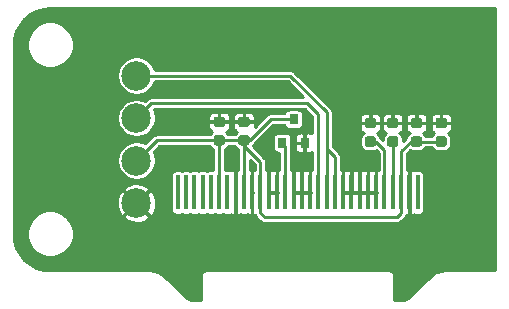
<source format=gbr>
G04 #@! TF.GenerationSoftware,KiCad,Pcbnew,(5.1.5)-3*
G04 #@! TF.CreationDate,2021-08-11T14:03:33+02:00*
G04 #@! TF.ProjectId,18650_UPS_TOP,31383635-305f-4555-9053-5f544f502e6b,rev?*
G04 #@! TF.SameCoordinates,Original*
G04 #@! TF.FileFunction,Copper,L2,Bot*
G04 #@! TF.FilePolarity,Positive*
%FSLAX46Y46*%
G04 Gerber Fmt 4.6, Leading zero omitted, Abs format (unit mm)*
G04 Created by KiCad (PCBNEW (5.1.5)-3) date 2021-08-11 14:03:33*
%MOMM*%
%LPD*%
G04 APERTURE LIST*
%ADD10R,0.400000X3.000000*%
%ADD11R,0.800000X0.900000*%
%ADD12C,2.500000*%
%ADD13C,0.100000*%
%ADD14C,0.250000*%
G04 APERTURE END LIST*
D10*
X101200000Y-89500000D03*
X100500000Y-89500000D03*
X99800000Y-89500000D03*
X99100000Y-89500000D03*
X98400000Y-89500000D03*
X97700000Y-89500000D03*
X97000000Y-89500000D03*
X96300000Y-89500000D03*
X95600000Y-89500000D03*
X94900000Y-89500000D03*
X94200000Y-89500000D03*
X93500000Y-89500000D03*
X92800000Y-89500000D03*
X92100000Y-89500000D03*
X91400000Y-89500000D03*
X90700000Y-89500000D03*
X90000000Y-89500000D03*
X89300000Y-89500000D03*
X88600000Y-89500000D03*
X87900000Y-89500000D03*
X87200000Y-89500000D03*
X86500000Y-89500000D03*
X85800000Y-89500000D03*
X85100000Y-89500000D03*
X84400000Y-89500000D03*
X83700000Y-89500000D03*
X83000000Y-89500000D03*
X82300000Y-89500000D03*
X81600000Y-89500000D03*
X80900000Y-89500000D03*
D11*
X90700000Y-83300000D03*
X89750000Y-85300000D03*
X91650000Y-85300000D03*
D12*
X77400000Y-90400000D03*
X77400000Y-86800000D03*
X77400000Y-83200000D03*
X77400000Y-79600000D03*
G04 #@! TA.AperFunction,SMDPad,CuDef*
D13*
G36*
X97477691Y-83176053D02*
G01*
X97498926Y-83179203D01*
X97519750Y-83184419D01*
X97539962Y-83191651D01*
X97559368Y-83200830D01*
X97577781Y-83211866D01*
X97595024Y-83224654D01*
X97610930Y-83239070D01*
X97625346Y-83254976D01*
X97638134Y-83272219D01*
X97649170Y-83290632D01*
X97658349Y-83310038D01*
X97665581Y-83330250D01*
X97670797Y-83351074D01*
X97673947Y-83372309D01*
X97675000Y-83393750D01*
X97675000Y-83831250D01*
X97673947Y-83852691D01*
X97670797Y-83873926D01*
X97665581Y-83894750D01*
X97658349Y-83914962D01*
X97649170Y-83934368D01*
X97638134Y-83952781D01*
X97625346Y-83970024D01*
X97610930Y-83985930D01*
X97595024Y-84000346D01*
X97577781Y-84013134D01*
X97559368Y-84024170D01*
X97539962Y-84033349D01*
X97519750Y-84040581D01*
X97498926Y-84045797D01*
X97477691Y-84048947D01*
X97456250Y-84050000D01*
X96943750Y-84050000D01*
X96922309Y-84048947D01*
X96901074Y-84045797D01*
X96880250Y-84040581D01*
X96860038Y-84033349D01*
X96840632Y-84024170D01*
X96822219Y-84013134D01*
X96804976Y-84000346D01*
X96789070Y-83985930D01*
X96774654Y-83970024D01*
X96761866Y-83952781D01*
X96750830Y-83934368D01*
X96741651Y-83914962D01*
X96734419Y-83894750D01*
X96729203Y-83873926D01*
X96726053Y-83852691D01*
X96725000Y-83831250D01*
X96725000Y-83393750D01*
X96726053Y-83372309D01*
X96729203Y-83351074D01*
X96734419Y-83330250D01*
X96741651Y-83310038D01*
X96750830Y-83290632D01*
X96761866Y-83272219D01*
X96774654Y-83254976D01*
X96789070Y-83239070D01*
X96804976Y-83224654D01*
X96822219Y-83211866D01*
X96840632Y-83200830D01*
X96860038Y-83191651D01*
X96880250Y-83184419D01*
X96901074Y-83179203D01*
X96922309Y-83176053D01*
X96943750Y-83175000D01*
X97456250Y-83175000D01*
X97477691Y-83176053D01*
G37*
G04 #@! TD.AperFunction*
G04 #@! TA.AperFunction,SMDPad,CuDef*
G36*
X97477691Y-84751053D02*
G01*
X97498926Y-84754203D01*
X97519750Y-84759419D01*
X97539962Y-84766651D01*
X97559368Y-84775830D01*
X97577781Y-84786866D01*
X97595024Y-84799654D01*
X97610930Y-84814070D01*
X97625346Y-84829976D01*
X97638134Y-84847219D01*
X97649170Y-84865632D01*
X97658349Y-84885038D01*
X97665581Y-84905250D01*
X97670797Y-84926074D01*
X97673947Y-84947309D01*
X97675000Y-84968750D01*
X97675000Y-85406250D01*
X97673947Y-85427691D01*
X97670797Y-85448926D01*
X97665581Y-85469750D01*
X97658349Y-85489962D01*
X97649170Y-85509368D01*
X97638134Y-85527781D01*
X97625346Y-85545024D01*
X97610930Y-85560930D01*
X97595024Y-85575346D01*
X97577781Y-85588134D01*
X97559368Y-85599170D01*
X97539962Y-85608349D01*
X97519750Y-85615581D01*
X97498926Y-85620797D01*
X97477691Y-85623947D01*
X97456250Y-85625000D01*
X96943750Y-85625000D01*
X96922309Y-85623947D01*
X96901074Y-85620797D01*
X96880250Y-85615581D01*
X96860038Y-85608349D01*
X96840632Y-85599170D01*
X96822219Y-85588134D01*
X96804976Y-85575346D01*
X96789070Y-85560930D01*
X96774654Y-85545024D01*
X96761866Y-85527781D01*
X96750830Y-85509368D01*
X96741651Y-85489962D01*
X96734419Y-85469750D01*
X96729203Y-85448926D01*
X96726053Y-85427691D01*
X96725000Y-85406250D01*
X96725000Y-84968750D01*
X96726053Y-84947309D01*
X96729203Y-84926074D01*
X96734419Y-84905250D01*
X96741651Y-84885038D01*
X96750830Y-84865632D01*
X96761866Y-84847219D01*
X96774654Y-84829976D01*
X96789070Y-84814070D01*
X96804976Y-84799654D01*
X96822219Y-84786866D01*
X96840632Y-84775830D01*
X96860038Y-84766651D01*
X96880250Y-84759419D01*
X96901074Y-84754203D01*
X96922309Y-84751053D01*
X96943750Y-84750000D01*
X97456250Y-84750000D01*
X97477691Y-84751053D01*
G37*
G04 #@! TD.AperFunction*
G04 #@! TA.AperFunction,SMDPad,CuDef*
G36*
X103477691Y-83176053D02*
G01*
X103498926Y-83179203D01*
X103519750Y-83184419D01*
X103539962Y-83191651D01*
X103559368Y-83200830D01*
X103577781Y-83211866D01*
X103595024Y-83224654D01*
X103610930Y-83239070D01*
X103625346Y-83254976D01*
X103638134Y-83272219D01*
X103649170Y-83290632D01*
X103658349Y-83310038D01*
X103665581Y-83330250D01*
X103670797Y-83351074D01*
X103673947Y-83372309D01*
X103675000Y-83393750D01*
X103675000Y-83831250D01*
X103673947Y-83852691D01*
X103670797Y-83873926D01*
X103665581Y-83894750D01*
X103658349Y-83914962D01*
X103649170Y-83934368D01*
X103638134Y-83952781D01*
X103625346Y-83970024D01*
X103610930Y-83985930D01*
X103595024Y-84000346D01*
X103577781Y-84013134D01*
X103559368Y-84024170D01*
X103539962Y-84033349D01*
X103519750Y-84040581D01*
X103498926Y-84045797D01*
X103477691Y-84048947D01*
X103456250Y-84050000D01*
X102943750Y-84050000D01*
X102922309Y-84048947D01*
X102901074Y-84045797D01*
X102880250Y-84040581D01*
X102860038Y-84033349D01*
X102840632Y-84024170D01*
X102822219Y-84013134D01*
X102804976Y-84000346D01*
X102789070Y-83985930D01*
X102774654Y-83970024D01*
X102761866Y-83952781D01*
X102750830Y-83934368D01*
X102741651Y-83914962D01*
X102734419Y-83894750D01*
X102729203Y-83873926D01*
X102726053Y-83852691D01*
X102725000Y-83831250D01*
X102725000Y-83393750D01*
X102726053Y-83372309D01*
X102729203Y-83351074D01*
X102734419Y-83330250D01*
X102741651Y-83310038D01*
X102750830Y-83290632D01*
X102761866Y-83272219D01*
X102774654Y-83254976D01*
X102789070Y-83239070D01*
X102804976Y-83224654D01*
X102822219Y-83211866D01*
X102840632Y-83200830D01*
X102860038Y-83191651D01*
X102880250Y-83184419D01*
X102901074Y-83179203D01*
X102922309Y-83176053D01*
X102943750Y-83175000D01*
X103456250Y-83175000D01*
X103477691Y-83176053D01*
G37*
G04 #@! TD.AperFunction*
G04 #@! TA.AperFunction,SMDPad,CuDef*
G36*
X103477691Y-84751053D02*
G01*
X103498926Y-84754203D01*
X103519750Y-84759419D01*
X103539962Y-84766651D01*
X103559368Y-84775830D01*
X103577781Y-84786866D01*
X103595024Y-84799654D01*
X103610930Y-84814070D01*
X103625346Y-84829976D01*
X103638134Y-84847219D01*
X103649170Y-84865632D01*
X103658349Y-84885038D01*
X103665581Y-84905250D01*
X103670797Y-84926074D01*
X103673947Y-84947309D01*
X103675000Y-84968750D01*
X103675000Y-85406250D01*
X103673947Y-85427691D01*
X103670797Y-85448926D01*
X103665581Y-85469750D01*
X103658349Y-85489962D01*
X103649170Y-85509368D01*
X103638134Y-85527781D01*
X103625346Y-85545024D01*
X103610930Y-85560930D01*
X103595024Y-85575346D01*
X103577781Y-85588134D01*
X103559368Y-85599170D01*
X103539962Y-85608349D01*
X103519750Y-85615581D01*
X103498926Y-85620797D01*
X103477691Y-85623947D01*
X103456250Y-85625000D01*
X102943750Y-85625000D01*
X102922309Y-85623947D01*
X102901074Y-85620797D01*
X102880250Y-85615581D01*
X102860038Y-85608349D01*
X102840632Y-85599170D01*
X102822219Y-85588134D01*
X102804976Y-85575346D01*
X102789070Y-85560930D01*
X102774654Y-85545024D01*
X102761866Y-85527781D01*
X102750830Y-85509368D01*
X102741651Y-85489962D01*
X102734419Y-85469750D01*
X102729203Y-85448926D01*
X102726053Y-85427691D01*
X102725000Y-85406250D01*
X102725000Y-84968750D01*
X102726053Y-84947309D01*
X102729203Y-84926074D01*
X102734419Y-84905250D01*
X102741651Y-84885038D01*
X102750830Y-84865632D01*
X102761866Y-84847219D01*
X102774654Y-84829976D01*
X102789070Y-84814070D01*
X102804976Y-84799654D01*
X102822219Y-84786866D01*
X102840632Y-84775830D01*
X102860038Y-84766651D01*
X102880250Y-84759419D01*
X102901074Y-84754203D01*
X102922309Y-84751053D01*
X102943750Y-84750000D01*
X103456250Y-84750000D01*
X103477691Y-84751053D01*
G37*
G04 #@! TD.AperFunction*
G04 #@! TA.AperFunction,SMDPad,CuDef*
G36*
X101377691Y-83176053D02*
G01*
X101398926Y-83179203D01*
X101419750Y-83184419D01*
X101439962Y-83191651D01*
X101459368Y-83200830D01*
X101477781Y-83211866D01*
X101495024Y-83224654D01*
X101510930Y-83239070D01*
X101525346Y-83254976D01*
X101538134Y-83272219D01*
X101549170Y-83290632D01*
X101558349Y-83310038D01*
X101565581Y-83330250D01*
X101570797Y-83351074D01*
X101573947Y-83372309D01*
X101575000Y-83393750D01*
X101575000Y-83831250D01*
X101573947Y-83852691D01*
X101570797Y-83873926D01*
X101565581Y-83894750D01*
X101558349Y-83914962D01*
X101549170Y-83934368D01*
X101538134Y-83952781D01*
X101525346Y-83970024D01*
X101510930Y-83985930D01*
X101495024Y-84000346D01*
X101477781Y-84013134D01*
X101459368Y-84024170D01*
X101439962Y-84033349D01*
X101419750Y-84040581D01*
X101398926Y-84045797D01*
X101377691Y-84048947D01*
X101356250Y-84050000D01*
X100843750Y-84050000D01*
X100822309Y-84048947D01*
X100801074Y-84045797D01*
X100780250Y-84040581D01*
X100760038Y-84033349D01*
X100740632Y-84024170D01*
X100722219Y-84013134D01*
X100704976Y-84000346D01*
X100689070Y-83985930D01*
X100674654Y-83970024D01*
X100661866Y-83952781D01*
X100650830Y-83934368D01*
X100641651Y-83914962D01*
X100634419Y-83894750D01*
X100629203Y-83873926D01*
X100626053Y-83852691D01*
X100625000Y-83831250D01*
X100625000Y-83393750D01*
X100626053Y-83372309D01*
X100629203Y-83351074D01*
X100634419Y-83330250D01*
X100641651Y-83310038D01*
X100650830Y-83290632D01*
X100661866Y-83272219D01*
X100674654Y-83254976D01*
X100689070Y-83239070D01*
X100704976Y-83224654D01*
X100722219Y-83211866D01*
X100740632Y-83200830D01*
X100760038Y-83191651D01*
X100780250Y-83184419D01*
X100801074Y-83179203D01*
X100822309Y-83176053D01*
X100843750Y-83175000D01*
X101356250Y-83175000D01*
X101377691Y-83176053D01*
G37*
G04 #@! TD.AperFunction*
G04 #@! TA.AperFunction,SMDPad,CuDef*
G36*
X101377691Y-84751053D02*
G01*
X101398926Y-84754203D01*
X101419750Y-84759419D01*
X101439962Y-84766651D01*
X101459368Y-84775830D01*
X101477781Y-84786866D01*
X101495024Y-84799654D01*
X101510930Y-84814070D01*
X101525346Y-84829976D01*
X101538134Y-84847219D01*
X101549170Y-84865632D01*
X101558349Y-84885038D01*
X101565581Y-84905250D01*
X101570797Y-84926074D01*
X101573947Y-84947309D01*
X101575000Y-84968750D01*
X101575000Y-85406250D01*
X101573947Y-85427691D01*
X101570797Y-85448926D01*
X101565581Y-85469750D01*
X101558349Y-85489962D01*
X101549170Y-85509368D01*
X101538134Y-85527781D01*
X101525346Y-85545024D01*
X101510930Y-85560930D01*
X101495024Y-85575346D01*
X101477781Y-85588134D01*
X101459368Y-85599170D01*
X101439962Y-85608349D01*
X101419750Y-85615581D01*
X101398926Y-85620797D01*
X101377691Y-85623947D01*
X101356250Y-85625000D01*
X100843750Y-85625000D01*
X100822309Y-85623947D01*
X100801074Y-85620797D01*
X100780250Y-85615581D01*
X100760038Y-85608349D01*
X100740632Y-85599170D01*
X100722219Y-85588134D01*
X100704976Y-85575346D01*
X100689070Y-85560930D01*
X100674654Y-85545024D01*
X100661866Y-85527781D01*
X100650830Y-85509368D01*
X100641651Y-85489962D01*
X100634419Y-85469750D01*
X100629203Y-85448926D01*
X100626053Y-85427691D01*
X100625000Y-85406250D01*
X100625000Y-84968750D01*
X100626053Y-84947309D01*
X100629203Y-84926074D01*
X100634419Y-84905250D01*
X100641651Y-84885038D01*
X100650830Y-84865632D01*
X100661866Y-84847219D01*
X100674654Y-84829976D01*
X100689070Y-84814070D01*
X100704976Y-84799654D01*
X100722219Y-84786866D01*
X100740632Y-84775830D01*
X100760038Y-84766651D01*
X100780250Y-84759419D01*
X100801074Y-84754203D01*
X100822309Y-84751053D01*
X100843750Y-84750000D01*
X101356250Y-84750000D01*
X101377691Y-84751053D01*
G37*
G04 #@! TD.AperFunction*
G04 #@! TA.AperFunction,SMDPad,CuDef*
G36*
X99377691Y-83176053D02*
G01*
X99398926Y-83179203D01*
X99419750Y-83184419D01*
X99439962Y-83191651D01*
X99459368Y-83200830D01*
X99477781Y-83211866D01*
X99495024Y-83224654D01*
X99510930Y-83239070D01*
X99525346Y-83254976D01*
X99538134Y-83272219D01*
X99549170Y-83290632D01*
X99558349Y-83310038D01*
X99565581Y-83330250D01*
X99570797Y-83351074D01*
X99573947Y-83372309D01*
X99575000Y-83393750D01*
X99575000Y-83831250D01*
X99573947Y-83852691D01*
X99570797Y-83873926D01*
X99565581Y-83894750D01*
X99558349Y-83914962D01*
X99549170Y-83934368D01*
X99538134Y-83952781D01*
X99525346Y-83970024D01*
X99510930Y-83985930D01*
X99495024Y-84000346D01*
X99477781Y-84013134D01*
X99459368Y-84024170D01*
X99439962Y-84033349D01*
X99419750Y-84040581D01*
X99398926Y-84045797D01*
X99377691Y-84048947D01*
X99356250Y-84050000D01*
X98843750Y-84050000D01*
X98822309Y-84048947D01*
X98801074Y-84045797D01*
X98780250Y-84040581D01*
X98760038Y-84033349D01*
X98740632Y-84024170D01*
X98722219Y-84013134D01*
X98704976Y-84000346D01*
X98689070Y-83985930D01*
X98674654Y-83970024D01*
X98661866Y-83952781D01*
X98650830Y-83934368D01*
X98641651Y-83914962D01*
X98634419Y-83894750D01*
X98629203Y-83873926D01*
X98626053Y-83852691D01*
X98625000Y-83831250D01*
X98625000Y-83393750D01*
X98626053Y-83372309D01*
X98629203Y-83351074D01*
X98634419Y-83330250D01*
X98641651Y-83310038D01*
X98650830Y-83290632D01*
X98661866Y-83272219D01*
X98674654Y-83254976D01*
X98689070Y-83239070D01*
X98704976Y-83224654D01*
X98722219Y-83211866D01*
X98740632Y-83200830D01*
X98760038Y-83191651D01*
X98780250Y-83184419D01*
X98801074Y-83179203D01*
X98822309Y-83176053D01*
X98843750Y-83175000D01*
X99356250Y-83175000D01*
X99377691Y-83176053D01*
G37*
G04 #@! TD.AperFunction*
G04 #@! TA.AperFunction,SMDPad,CuDef*
G36*
X99377691Y-84751053D02*
G01*
X99398926Y-84754203D01*
X99419750Y-84759419D01*
X99439962Y-84766651D01*
X99459368Y-84775830D01*
X99477781Y-84786866D01*
X99495024Y-84799654D01*
X99510930Y-84814070D01*
X99525346Y-84829976D01*
X99538134Y-84847219D01*
X99549170Y-84865632D01*
X99558349Y-84885038D01*
X99565581Y-84905250D01*
X99570797Y-84926074D01*
X99573947Y-84947309D01*
X99575000Y-84968750D01*
X99575000Y-85406250D01*
X99573947Y-85427691D01*
X99570797Y-85448926D01*
X99565581Y-85469750D01*
X99558349Y-85489962D01*
X99549170Y-85509368D01*
X99538134Y-85527781D01*
X99525346Y-85545024D01*
X99510930Y-85560930D01*
X99495024Y-85575346D01*
X99477781Y-85588134D01*
X99459368Y-85599170D01*
X99439962Y-85608349D01*
X99419750Y-85615581D01*
X99398926Y-85620797D01*
X99377691Y-85623947D01*
X99356250Y-85625000D01*
X98843750Y-85625000D01*
X98822309Y-85623947D01*
X98801074Y-85620797D01*
X98780250Y-85615581D01*
X98760038Y-85608349D01*
X98740632Y-85599170D01*
X98722219Y-85588134D01*
X98704976Y-85575346D01*
X98689070Y-85560930D01*
X98674654Y-85545024D01*
X98661866Y-85527781D01*
X98650830Y-85509368D01*
X98641651Y-85489962D01*
X98634419Y-85469750D01*
X98629203Y-85448926D01*
X98626053Y-85427691D01*
X98625000Y-85406250D01*
X98625000Y-84968750D01*
X98626053Y-84947309D01*
X98629203Y-84926074D01*
X98634419Y-84905250D01*
X98641651Y-84885038D01*
X98650830Y-84865632D01*
X98661866Y-84847219D01*
X98674654Y-84829976D01*
X98689070Y-84814070D01*
X98704976Y-84799654D01*
X98722219Y-84786866D01*
X98740632Y-84775830D01*
X98760038Y-84766651D01*
X98780250Y-84759419D01*
X98801074Y-84754203D01*
X98822309Y-84751053D01*
X98843750Y-84750000D01*
X99356250Y-84750000D01*
X99377691Y-84751053D01*
G37*
G04 #@! TD.AperFunction*
G04 #@! TA.AperFunction,SMDPad,CuDef*
G36*
X84677691Y-83076053D02*
G01*
X84698926Y-83079203D01*
X84719750Y-83084419D01*
X84739962Y-83091651D01*
X84759368Y-83100830D01*
X84777781Y-83111866D01*
X84795024Y-83124654D01*
X84810930Y-83139070D01*
X84825346Y-83154976D01*
X84838134Y-83172219D01*
X84849170Y-83190632D01*
X84858349Y-83210038D01*
X84865581Y-83230250D01*
X84870797Y-83251074D01*
X84873947Y-83272309D01*
X84875000Y-83293750D01*
X84875000Y-83731250D01*
X84873947Y-83752691D01*
X84870797Y-83773926D01*
X84865581Y-83794750D01*
X84858349Y-83814962D01*
X84849170Y-83834368D01*
X84838134Y-83852781D01*
X84825346Y-83870024D01*
X84810930Y-83885930D01*
X84795024Y-83900346D01*
X84777781Y-83913134D01*
X84759368Y-83924170D01*
X84739962Y-83933349D01*
X84719750Y-83940581D01*
X84698926Y-83945797D01*
X84677691Y-83948947D01*
X84656250Y-83950000D01*
X84143750Y-83950000D01*
X84122309Y-83948947D01*
X84101074Y-83945797D01*
X84080250Y-83940581D01*
X84060038Y-83933349D01*
X84040632Y-83924170D01*
X84022219Y-83913134D01*
X84004976Y-83900346D01*
X83989070Y-83885930D01*
X83974654Y-83870024D01*
X83961866Y-83852781D01*
X83950830Y-83834368D01*
X83941651Y-83814962D01*
X83934419Y-83794750D01*
X83929203Y-83773926D01*
X83926053Y-83752691D01*
X83925000Y-83731250D01*
X83925000Y-83293750D01*
X83926053Y-83272309D01*
X83929203Y-83251074D01*
X83934419Y-83230250D01*
X83941651Y-83210038D01*
X83950830Y-83190632D01*
X83961866Y-83172219D01*
X83974654Y-83154976D01*
X83989070Y-83139070D01*
X84004976Y-83124654D01*
X84022219Y-83111866D01*
X84040632Y-83100830D01*
X84060038Y-83091651D01*
X84080250Y-83084419D01*
X84101074Y-83079203D01*
X84122309Y-83076053D01*
X84143750Y-83075000D01*
X84656250Y-83075000D01*
X84677691Y-83076053D01*
G37*
G04 #@! TD.AperFunction*
G04 #@! TA.AperFunction,SMDPad,CuDef*
G36*
X84677691Y-84651053D02*
G01*
X84698926Y-84654203D01*
X84719750Y-84659419D01*
X84739962Y-84666651D01*
X84759368Y-84675830D01*
X84777781Y-84686866D01*
X84795024Y-84699654D01*
X84810930Y-84714070D01*
X84825346Y-84729976D01*
X84838134Y-84747219D01*
X84849170Y-84765632D01*
X84858349Y-84785038D01*
X84865581Y-84805250D01*
X84870797Y-84826074D01*
X84873947Y-84847309D01*
X84875000Y-84868750D01*
X84875000Y-85306250D01*
X84873947Y-85327691D01*
X84870797Y-85348926D01*
X84865581Y-85369750D01*
X84858349Y-85389962D01*
X84849170Y-85409368D01*
X84838134Y-85427781D01*
X84825346Y-85445024D01*
X84810930Y-85460930D01*
X84795024Y-85475346D01*
X84777781Y-85488134D01*
X84759368Y-85499170D01*
X84739962Y-85508349D01*
X84719750Y-85515581D01*
X84698926Y-85520797D01*
X84677691Y-85523947D01*
X84656250Y-85525000D01*
X84143750Y-85525000D01*
X84122309Y-85523947D01*
X84101074Y-85520797D01*
X84080250Y-85515581D01*
X84060038Y-85508349D01*
X84040632Y-85499170D01*
X84022219Y-85488134D01*
X84004976Y-85475346D01*
X83989070Y-85460930D01*
X83974654Y-85445024D01*
X83961866Y-85427781D01*
X83950830Y-85409368D01*
X83941651Y-85389962D01*
X83934419Y-85369750D01*
X83929203Y-85348926D01*
X83926053Y-85327691D01*
X83925000Y-85306250D01*
X83925000Y-84868750D01*
X83926053Y-84847309D01*
X83929203Y-84826074D01*
X83934419Y-84805250D01*
X83941651Y-84785038D01*
X83950830Y-84765632D01*
X83961866Y-84747219D01*
X83974654Y-84729976D01*
X83989070Y-84714070D01*
X84004976Y-84699654D01*
X84022219Y-84686866D01*
X84040632Y-84675830D01*
X84060038Y-84666651D01*
X84080250Y-84659419D01*
X84101074Y-84654203D01*
X84122309Y-84651053D01*
X84143750Y-84650000D01*
X84656250Y-84650000D01*
X84677691Y-84651053D01*
G37*
G04 #@! TD.AperFunction*
G04 #@! TA.AperFunction,SMDPad,CuDef*
G36*
X86777691Y-83076053D02*
G01*
X86798926Y-83079203D01*
X86819750Y-83084419D01*
X86839962Y-83091651D01*
X86859368Y-83100830D01*
X86877781Y-83111866D01*
X86895024Y-83124654D01*
X86910930Y-83139070D01*
X86925346Y-83154976D01*
X86938134Y-83172219D01*
X86949170Y-83190632D01*
X86958349Y-83210038D01*
X86965581Y-83230250D01*
X86970797Y-83251074D01*
X86973947Y-83272309D01*
X86975000Y-83293750D01*
X86975000Y-83731250D01*
X86973947Y-83752691D01*
X86970797Y-83773926D01*
X86965581Y-83794750D01*
X86958349Y-83814962D01*
X86949170Y-83834368D01*
X86938134Y-83852781D01*
X86925346Y-83870024D01*
X86910930Y-83885930D01*
X86895024Y-83900346D01*
X86877781Y-83913134D01*
X86859368Y-83924170D01*
X86839962Y-83933349D01*
X86819750Y-83940581D01*
X86798926Y-83945797D01*
X86777691Y-83948947D01*
X86756250Y-83950000D01*
X86243750Y-83950000D01*
X86222309Y-83948947D01*
X86201074Y-83945797D01*
X86180250Y-83940581D01*
X86160038Y-83933349D01*
X86140632Y-83924170D01*
X86122219Y-83913134D01*
X86104976Y-83900346D01*
X86089070Y-83885930D01*
X86074654Y-83870024D01*
X86061866Y-83852781D01*
X86050830Y-83834368D01*
X86041651Y-83814962D01*
X86034419Y-83794750D01*
X86029203Y-83773926D01*
X86026053Y-83752691D01*
X86025000Y-83731250D01*
X86025000Y-83293750D01*
X86026053Y-83272309D01*
X86029203Y-83251074D01*
X86034419Y-83230250D01*
X86041651Y-83210038D01*
X86050830Y-83190632D01*
X86061866Y-83172219D01*
X86074654Y-83154976D01*
X86089070Y-83139070D01*
X86104976Y-83124654D01*
X86122219Y-83111866D01*
X86140632Y-83100830D01*
X86160038Y-83091651D01*
X86180250Y-83084419D01*
X86201074Y-83079203D01*
X86222309Y-83076053D01*
X86243750Y-83075000D01*
X86756250Y-83075000D01*
X86777691Y-83076053D01*
G37*
G04 #@! TD.AperFunction*
G04 #@! TA.AperFunction,SMDPad,CuDef*
G36*
X86777691Y-84651053D02*
G01*
X86798926Y-84654203D01*
X86819750Y-84659419D01*
X86839962Y-84666651D01*
X86859368Y-84675830D01*
X86877781Y-84686866D01*
X86895024Y-84699654D01*
X86910930Y-84714070D01*
X86925346Y-84729976D01*
X86938134Y-84747219D01*
X86949170Y-84765632D01*
X86958349Y-84785038D01*
X86965581Y-84805250D01*
X86970797Y-84826074D01*
X86973947Y-84847309D01*
X86975000Y-84868750D01*
X86975000Y-85306250D01*
X86973947Y-85327691D01*
X86970797Y-85348926D01*
X86965581Y-85369750D01*
X86958349Y-85389962D01*
X86949170Y-85409368D01*
X86938134Y-85427781D01*
X86925346Y-85445024D01*
X86910930Y-85460930D01*
X86895024Y-85475346D01*
X86877781Y-85488134D01*
X86859368Y-85499170D01*
X86839962Y-85508349D01*
X86819750Y-85515581D01*
X86798926Y-85520797D01*
X86777691Y-85523947D01*
X86756250Y-85525000D01*
X86243750Y-85525000D01*
X86222309Y-85523947D01*
X86201074Y-85520797D01*
X86180250Y-85515581D01*
X86160038Y-85508349D01*
X86140632Y-85499170D01*
X86122219Y-85488134D01*
X86104976Y-85475346D01*
X86089070Y-85460930D01*
X86074654Y-85445024D01*
X86061866Y-85427781D01*
X86050830Y-85409368D01*
X86041651Y-85389962D01*
X86034419Y-85369750D01*
X86029203Y-85348926D01*
X86026053Y-85327691D01*
X86025000Y-85306250D01*
X86025000Y-84868750D01*
X86026053Y-84847309D01*
X86029203Y-84826074D01*
X86034419Y-84805250D01*
X86041651Y-84785038D01*
X86050830Y-84765632D01*
X86061866Y-84747219D01*
X86074654Y-84729976D01*
X86089070Y-84714070D01*
X86104976Y-84699654D01*
X86122219Y-84686866D01*
X86140632Y-84675830D01*
X86160038Y-84666651D01*
X86180250Y-84659419D01*
X86201074Y-84654203D01*
X86222309Y-84651053D01*
X86243750Y-84650000D01*
X86756250Y-84650000D01*
X86777691Y-84651053D01*
G37*
G04 #@! TD.AperFunction*
D14*
X100625000Y-85187500D02*
X101100000Y-85187500D01*
X99800000Y-86012500D02*
X100625000Y-85187500D01*
X99800000Y-89500000D02*
X99800000Y-86012500D01*
X101100000Y-85187500D02*
X103200000Y-85187500D01*
X86500000Y-89500000D02*
X86500000Y-85087500D01*
X84400000Y-89500000D02*
X84400000Y-85087500D01*
X79112500Y-85087500D02*
X77400000Y-86800000D01*
X84400000Y-85087500D02*
X79112500Y-85087500D01*
X88762500Y-83300000D02*
X90050000Y-83300000D01*
X90050000Y-83300000D02*
X90700000Y-83300000D01*
X86975000Y-85087500D02*
X88762500Y-83300000D01*
X86500000Y-85087500D02*
X86975000Y-85087500D01*
X87900000Y-86925000D02*
X87900000Y-87750000D01*
X86500000Y-85525000D02*
X87900000Y-86925000D01*
X87900000Y-87750000D02*
X87900000Y-89500000D01*
X86500000Y-85087500D02*
X86500000Y-85525000D01*
X99800000Y-91250000D02*
X99800000Y-89500000D01*
X99450000Y-91600000D02*
X99800000Y-91250000D01*
X87900000Y-89500000D02*
X87900000Y-91250000D01*
X88250000Y-91600000D02*
X99450000Y-91600000D01*
X87900000Y-91250000D02*
X88250000Y-91600000D01*
X84400000Y-85087500D02*
X86500000Y-85087500D01*
X99100000Y-89500000D02*
X99100000Y-85187500D01*
X97675000Y-85187500D02*
X97200000Y-85187500D01*
X98400000Y-85912500D02*
X97675000Y-85187500D01*
X98400000Y-89500000D02*
X98400000Y-85912500D01*
X93500000Y-87750000D02*
X93500000Y-89500000D01*
X94200000Y-86500000D02*
X93500000Y-85800000D01*
X94200000Y-89500000D02*
X94200000Y-86500000D01*
X93500000Y-85800000D02*
X93500000Y-87750000D01*
X93500000Y-82700000D02*
X93500000Y-85800000D01*
X77400000Y-79600000D02*
X90400000Y-79600000D01*
X90400000Y-79600000D02*
X93500000Y-82700000D01*
X92800000Y-87750000D02*
X92800000Y-89500000D01*
X92800000Y-82900000D02*
X92800000Y-87750000D01*
X91850001Y-81950001D02*
X92800000Y-82900000D01*
X77400000Y-83200000D02*
X78649999Y-81950001D01*
X78649999Y-81950001D02*
X91850001Y-81950001D01*
X90000000Y-85550000D02*
X89750000Y-85300000D01*
X90000000Y-89500000D02*
X90000000Y-85550000D01*
G36*
X107800001Y-96100000D02*
G01*
X103541013Y-96100000D01*
X103524997Y-96101577D01*
X103520562Y-96101531D01*
X103515002Y-96102057D01*
X103223752Y-96131641D01*
X103188216Y-96138806D01*
X103152577Y-96145476D01*
X103147225Y-96147071D01*
X102867268Y-96232663D01*
X102833786Y-96246600D01*
X102800138Y-96260059D01*
X102795197Y-96262663D01*
X102537197Y-96401001D01*
X102507045Y-96421186D01*
X102476665Y-96440915D01*
X102472324Y-96444430D01*
X102247350Y-96629227D01*
X102231049Y-96642605D01*
X100591654Y-98282001D01*
X100410861Y-98430507D01*
X100221986Y-98531780D01*
X100017041Y-98594439D01*
X99784888Y-98618020D01*
X99200000Y-98618020D01*
X99200000Y-96519647D01*
X99201935Y-96500000D01*
X99194212Y-96421586D01*
X99171340Y-96346186D01*
X99134197Y-96276697D01*
X99084211Y-96215789D01*
X99023303Y-96165803D01*
X98953814Y-96128660D01*
X98878414Y-96105788D01*
X98819647Y-96100000D01*
X98800000Y-96098065D01*
X98780354Y-96100000D01*
X83280307Y-96100000D01*
X83260660Y-96098065D01*
X83241014Y-96100000D01*
X83241013Y-96100000D01*
X83182246Y-96105788D01*
X83106846Y-96128660D01*
X83037357Y-96165803D01*
X82976449Y-96215789D01*
X82926463Y-96276697D01*
X82889320Y-96346186D01*
X82866448Y-96421586D01*
X82858725Y-96500000D01*
X82860661Y-96519657D01*
X82860660Y-98618020D01*
X82280223Y-98618020D01*
X82047376Y-98595189D01*
X81842213Y-98533247D01*
X81652992Y-98432636D01*
X81472154Y-98285148D01*
X79829610Y-96642605D01*
X79817166Y-96632393D01*
X79814066Y-96629227D01*
X79809763Y-96625666D01*
X79582899Y-96440640D01*
X79552676Y-96420560D01*
X79522789Y-96400096D01*
X79517876Y-96397439D01*
X79259395Y-96260002D01*
X79225857Y-96246178D01*
X79192555Y-96231905D01*
X79187219Y-96230253D01*
X78906965Y-96145639D01*
X78871373Y-96138592D01*
X78835939Y-96131060D01*
X78830385Y-96130476D01*
X78539033Y-96101909D01*
X78539030Y-96101909D01*
X78519647Y-96100000D01*
X70119564Y-96100000D01*
X69498248Y-96039079D01*
X68919410Y-95864318D01*
X68385546Y-95580457D01*
X67916984Y-95198308D01*
X67531574Y-94732426D01*
X67243992Y-94200555D01*
X67065197Y-93622960D01*
X67000013Y-93002778D01*
X67000000Y-92999184D01*
X67000000Y-92805479D01*
X68125000Y-92805479D01*
X68125000Y-93194521D01*
X68200898Y-93576086D01*
X68349778Y-93935513D01*
X68565917Y-94258989D01*
X68841011Y-94534083D01*
X69164487Y-94750222D01*
X69523914Y-94899102D01*
X69905479Y-94975000D01*
X70294521Y-94975000D01*
X70676086Y-94899102D01*
X71035513Y-94750222D01*
X71358989Y-94534083D01*
X71634083Y-94258989D01*
X71850222Y-93935513D01*
X71999102Y-93576086D01*
X72075000Y-93194521D01*
X72075000Y-92805479D01*
X71999102Y-92423914D01*
X71850222Y-92064487D01*
X71634083Y-91741011D01*
X71425615Y-91532543D01*
X76302813Y-91532543D01*
X76431030Y-91776205D01*
X76718133Y-91938798D01*
X77031440Y-92042256D01*
X77358910Y-92082603D01*
X77687959Y-92058288D01*
X78005942Y-91970247D01*
X78300639Y-91821862D01*
X78368970Y-91776205D01*
X78497187Y-91532543D01*
X77400000Y-90435355D01*
X76302813Y-91532543D01*
X71425615Y-91532543D01*
X71358989Y-91465917D01*
X71035513Y-91249778D01*
X70676086Y-91100898D01*
X70294521Y-91025000D01*
X69905479Y-91025000D01*
X69523914Y-91100898D01*
X69164487Y-91249778D01*
X68841011Y-91465917D01*
X68565917Y-91741011D01*
X68349778Y-92064487D01*
X68200898Y-92423914D01*
X68125000Y-92805479D01*
X67000000Y-92805479D01*
X67000000Y-90358910D01*
X75717397Y-90358910D01*
X75741712Y-90687959D01*
X75829753Y-91005942D01*
X75978138Y-91300639D01*
X76023795Y-91368970D01*
X76267457Y-91497187D01*
X77364645Y-90400000D01*
X77435355Y-90400000D01*
X78532543Y-91497187D01*
X78776205Y-91368970D01*
X78938798Y-91081867D01*
X79042256Y-90768560D01*
X79082603Y-90441090D01*
X79058288Y-90112041D01*
X78970247Y-89794058D01*
X78821862Y-89499361D01*
X78776205Y-89431030D01*
X78532543Y-89302813D01*
X77435355Y-90400000D01*
X77364645Y-90400000D01*
X76267457Y-89302813D01*
X76023795Y-89431030D01*
X75861202Y-89718133D01*
X75757744Y-90031440D01*
X75717397Y-90358910D01*
X67000000Y-90358910D01*
X67000000Y-89267457D01*
X76302813Y-89267457D01*
X77400000Y-90364645D01*
X78497187Y-89267457D01*
X78368970Y-89023795D01*
X78081867Y-88861202D01*
X77768560Y-88757744D01*
X77441090Y-88717397D01*
X77112041Y-88741712D01*
X76794058Y-88829753D01*
X76499361Y-88978138D01*
X76431030Y-89023795D01*
X76302813Y-89267457D01*
X67000000Y-89267457D01*
X67000000Y-79439951D01*
X75775000Y-79439951D01*
X75775000Y-79760049D01*
X75837448Y-80073995D01*
X75959943Y-80369726D01*
X76137780Y-80635877D01*
X76364123Y-80862220D01*
X76630274Y-81040057D01*
X76926005Y-81162552D01*
X77239951Y-81225000D01*
X77560049Y-81225000D01*
X77873995Y-81162552D01*
X78169726Y-81040057D01*
X78435877Y-80862220D01*
X78662220Y-80635877D01*
X78840057Y-80369726D01*
X78951780Y-80100000D01*
X90192895Y-80100000D01*
X91542896Y-81450001D01*
X78674559Y-81450001D01*
X78649999Y-81447582D01*
X78625439Y-81450001D01*
X78551982Y-81457236D01*
X78457732Y-81485826D01*
X78370870Y-81532255D01*
X78294735Y-81594737D01*
X78279079Y-81613814D01*
X78143722Y-81749172D01*
X77873995Y-81637448D01*
X77560049Y-81575000D01*
X77239951Y-81575000D01*
X76926005Y-81637448D01*
X76630274Y-81759943D01*
X76364123Y-81937780D01*
X76137780Y-82164123D01*
X75959943Y-82430274D01*
X75837448Y-82726005D01*
X75775000Y-83039951D01*
X75775000Y-83360049D01*
X75837448Y-83673995D01*
X75959943Y-83969726D01*
X76137780Y-84235877D01*
X76364123Y-84462220D01*
X76630274Y-84640057D01*
X76926005Y-84762552D01*
X77239951Y-84825000D01*
X77560049Y-84825000D01*
X77873995Y-84762552D01*
X78169726Y-84640057D01*
X78435877Y-84462220D01*
X78662220Y-84235877D01*
X78840057Y-83969726D01*
X78962552Y-83673995D01*
X79025000Y-83360049D01*
X79025000Y-83075000D01*
X83497944Y-83075000D01*
X83500000Y-83381250D01*
X83606250Y-83487500D01*
X84375000Y-83487500D01*
X84375000Y-82756250D01*
X84425000Y-82756250D01*
X84425000Y-83487500D01*
X85193750Y-83487500D01*
X85300000Y-83381250D01*
X85302056Y-83075000D01*
X85597944Y-83075000D01*
X85600000Y-83381250D01*
X85706250Y-83487500D01*
X86475000Y-83487500D01*
X86475000Y-82756250D01*
X86525000Y-82756250D01*
X86525000Y-83487500D01*
X87293750Y-83487500D01*
X87400000Y-83381250D01*
X87402056Y-83075000D01*
X87393850Y-82991686D01*
X87369548Y-82911573D01*
X87330084Y-82837740D01*
X87276974Y-82773026D01*
X87212260Y-82719916D01*
X87138427Y-82680452D01*
X87058314Y-82656150D01*
X86975000Y-82647944D01*
X86631250Y-82650000D01*
X86525000Y-82756250D01*
X86475000Y-82756250D01*
X86368750Y-82650000D01*
X86025000Y-82647944D01*
X85941686Y-82656150D01*
X85861573Y-82680452D01*
X85787740Y-82719916D01*
X85723026Y-82773026D01*
X85669916Y-82837740D01*
X85630452Y-82911573D01*
X85606150Y-82991686D01*
X85597944Y-83075000D01*
X85302056Y-83075000D01*
X85293850Y-82991686D01*
X85269548Y-82911573D01*
X85230084Y-82837740D01*
X85176974Y-82773026D01*
X85112260Y-82719916D01*
X85038427Y-82680452D01*
X84958314Y-82656150D01*
X84875000Y-82647944D01*
X84531250Y-82650000D01*
X84425000Y-82756250D01*
X84375000Y-82756250D01*
X84268750Y-82650000D01*
X83925000Y-82647944D01*
X83841686Y-82656150D01*
X83761573Y-82680452D01*
X83687740Y-82719916D01*
X83623026Y-82773026D01*
X83569916Y-82837740D01*
X83530452Y-82911573D01*
X83506150Y-82991686D01*
X83497944Y-83075000D01*
X79025000Y-83075000D01*
X79025000Y-83039951D01*
X78962552Y-82726005D01*
X78850828Y-82456278D01*
X78857106Y-82450001D01*
X91642896Y-82450001D01*
X92300000Y-83107107D01*
X92300000Y-84505372D01*
X92287260Y-84494916D01*
X92213427Y-84455452D01*
X92133314Y-84431150D01*
X92050000Y-84422944D01*
X91781250Y-84425000D01*
X91675000Y-84531250D01*
X91675000Y-85275000D01*
X91695000Y-85275000D01*
X91695000Y-85325000D01*
X91675000Y-85325000D01*
X91675000Y-86068750D01*
X91781250Y-86175000D01*
X92050000Y-86177056D01*
X92133314Y-86168850D01*
X92213427Y-86144548D01*
X92287260Y-86105084D01*
X92300001Y-86094628D01*
X92300001Y-87572944D01*
X92300000Y-87572944D01*
X92231250Y-87575000D01*
X92125000Y-87681250D01*
X92125000Y-89475000D01*
X92145000Y-89475000D01*
X92145000Y-89525000D01*
X92125000Y-89525000D01*
X92125000Y-89545000D01*
X92075000Y-89545000D01*
X92075000Y-89525000D01*
X91425000Y-89525000D01*
X91425000Y-89545000D01*
X91375000Y-89545000D01*
X91375000Y-89525000D01*
X90725000Y-89525000D01*
X90725000Y-89545000D01*
X90675000Y-89545000D01*
X90675000Y-89525000D01*
X90655000Y-89525000D01*
X90655000Y-89475000D01*
X90675000Y-89475000D01*
X90675000Y-87681250D01*
X90725000Y-87681250D01*
X90725000Y-89475000D01*
X91375000Y-89475000D01*
X91375000Y-87681250D01*
X91425000Y-87681250D01*
X91425000Y-89475000D01*
X92075000Y-89475000D01*
X92075000Y-87681250D01*
X91968750Y-87575000D01*
X91900000Y-87572944D01*
X91816686Y-87581150D01*
X91750000Y-87601379D01*
X91683314Y-87581150D01*
X91600000Y-87572944D01*
X91531250Y-87575000D01*
X91425000Y-87681250D01*
X91375000Y-87681250D01*
X91268750Y-87575000D01*
X91200000Y-87572944D01*
X91116686Y-87581150D01*
X91050000Y-87601379D01*
X90983314Y-87581150D01*
X90900000Y-87572944D01*
X90831250Y-87575000D01*
X90725000Y-87681250D01*
X90675000Y-87681250D01*
X90568750Y-87575000D01*
X90500000Y-87572944D01*
X90500000Y-85888039D01*
X90519574Y-85823513D01*
X90526814Y-85750000D01*
X90822944Y-85750000D01*
X90831150Y-85833314D01*
X90855452Y-85913427D01*
X90894916Y-85987260D01*
X90948026Y-86051974D01*
X91012740Y-86105084D01*
X91086573Y-86144548D01*
X91166686Y-86168850D01*
X91250000Y-86177056D01*
X91518750Y-86175000D01*
X91625000Y-86068750D01*
X91625000Y-85325000D01*
X90931250Y-85325000D01*
X90825000Y-85431250D01*
X90822944Y-85750000D01*
X90526814Y-85750000D01*
X90526814Y-84850000D01*
X90822944Y-84850000D01*
X90825000Y-85168750D01*
X90931250Y-85275000D01*
X91625000Y-85275000D01*
X91625000Y-84531250D01*
X91518750Y-84425000D01*
X91250000Y-84422944D01*
X91166686Y-84431150D01*
X91086573Y-84455452D01*
X91012740Y-84494916D01*
X90948026Y-84548026D01*
X90894916Y-84612740D01*
X90855452Y-84686573D01*
X90831150Y-84766686D01*
X90822944Y-84850000D01*
X90526814Y-84850000D01*
X90519574Y-84776487D01*
X90498131Y-84705800D01*
X90463309Y-84640653D01*
X90416448Y-84583552D01*
X90359347Y-84536691D01*
X90294200Y-84501869D01*
X90223513Y-84480426D01*
X90150000Y-84473186D01*
X89350000Y-84473186D01*
X89276487Y-84480426D01*
X89205800Y-84501869D01*
X89140653Y-84536691D01*
X89083552Y-84583552D01*
X89036691Y-84640653D01*
X89001869Y-84705800D01*
X88980426Y-84776487D01*
X88973186Y-84850000D01*
X88973186Y-85750000D01*
X88980426Y-85823513D01*
X89001869Y-85894200D01*
X89036691Y-85959347D01*
X89083552Y-86016448D01*
X89140653Y-86063309D01*
X89205800Y-86098131D01*
X89276487Y-86119574D01*
X89350000Y-86126814D01*
X89500001Y-86126814D01*
X89500000Y-87572944D01*
X89431250Y-87575000D01*
X89325000Y-87681250D01*
X89325000Y-89475000D01*
X89345000Y-89475000D01*
X89345000Y-89525000D01*
X89325000Y-89525000D01*
X89325000Y-89545000D01*
X89275000Y-89545000D01*
X89275000Y-89525000D01*
X88625000Y-89525000D01*
X88625000Y-89545000D01*
X88575000Y-89545000D01*
X88575000Y-89525000D01*
X88555000Y-89525000D01*
X88555000Y-89475000D01*
X88575000Y-89475000D01*
X88575000Y-87681250D01*
X88625000Y-87681250D01*
X88625000Y-89475000D01*
X89275000Y-89475000D01*
X89275000Y-87681250D01*
X89168750Y-87575000D01*
X89100000Y-87572944D01*
X89016686Y-87581150D01*
X88950000Y-87601379D01*
X88883314Y-87581150D01*
X88800000Y-87572944D01*
X88731250Y-87575000D01*
X88625000Y-87681250D01*
X88575000Y-87681250D01*
X88468750Y-87575000D01*
X88400000Y-87572944D01*
X88400000Y-86949560D01*
X88402419Y-86925000D01*
X88392765Y-86826982D01*
X88384092Y-86798392D01*
X88364175Y-86732733D01*
X88317746Y-86645871D01*
X88255264Y-86569736D01*
X88236181Y-86554075D01*
X87275056Y-85592951D01*
X87306479Y-85534162D01*
X87336515Y-85435147D01*
X87345929Y-85423676D01*
X88969607Y-83800000D01*
X89928110Y-83800000D01*
X89930426Y-83823513D01*
X89951869Y-83894200D01*
X89986691Y-83959347D01*
X90033552Y-84016448D01*
X90090653Y-84063309D01*
X90155800Y-84098131D01*
X90226487Y-84119574D01*
X90300000Y-84126814D01*
X91100000Y-84126814D01*
X91173513Y-84119574D01*
X91244200Y-84098131D01*
X91309347Y-84063309D01*
X91366448Y-84016448D01*
X91413309Y-83959347D01*
X91448131Y-83894200D01*
X91469574Y-83823513D01*
X91476814Y-83750000D01*
X91476814Y-82850000D01*
X91469574Y-82776487D01*
X91448131Y-82705800D01*
X91413309Y-82640653D01*
X91366448Y-82583552D01*
X91309347Y-82536691D01*
X91244200Y-82501869D01*
X91173513Y-82480426D01*
X91100000Y-82473186D01*
X90300000Y-82473186D01*
X90226487Y-82480426D01*
X90155800Y-82501869D01*
X90090653Y-82536691D01*
X90033552Y-82583552D01*
X89986691Y-82640653D01*
X89951869Y-82705800D01*
X89930426Y-82776487D01*
X89928110Y-82800000D01*
X88787060Y-82800000D01*
X88762500Y-82797581D01*
X88737940Y-82800000D01*
X88664483Y-82807235D01*
X88570233Y-82835825D01*
X88483371Y-82882254D01*
X88407236Y-82944736D01*
X88391580Y-82963813D01*
X87401691Y-83953703D01*
X87402056Y-83950000D01*
X87400000Y-83643750D01*
X87293750Y-83537500D01*
X86525000Y-83537500D01*
X86525000Y-83557500D01*
X86475000Y-83557500D01*
X86475000Y-83537500D01*
X85706250Y-83537500D01*
X85600000Y-83643750D01*
X85597944Y-83950000D01*
X85606150Y-84033314D01*
X85630452Y-84113427D01*
X85669916Y-84187260D01*
X85723026Y-84251974D01*
X85787740Y-84305084D01*
X85861573Y-84344548D01*
X85928922Y-84364978D01*
X85912872Y-84373557D01*
X85822623Y-84447623D01*
X85748557Y-84537872D01*
X85722031Y-84587500D01*
X85177969Y-84587500D01*
X85151443Y-84537872D01*
X85077377Y-84447623D01*
X84987128Y-84373557D01*
X84971078Y-84364978D01*
X85038427Y-84344548D01*
X85112260Y-84305084D01*
X85176974Y-84251974D01*
X85230084Y-84187260D01*
X85269548Y-84113427D01*
X85293850Y-84033314D01*
X85302056Y-83950000D01*
X85300000Y-83643750D01*
X85193750Y-83537500D01*
X84425000Y-83537500D01*
X84425000Y-83557500D01*
X84375000Y-83557500D01*
X84375000Y-83537500D01*
X83606250Y-83537500D01*
X83500000Y-83643750D01*
X83497944Y-83950000D01*
X83506150Y-84033314D01*
X83530452Y-84113427D01*
X83569916Y-84187260D01*
X83623026Y-84251974D01*
X83687740Y-84305084D01*
X83761573Y-84344548D01*
X83828922Y-84364978D01*
X83812872Y-84373557D01*
X83722623Y-84447623D01*
X83648557Y-84537872D01*
X83622031Y-84587500D01*
X79137060Y-84587500D01*
X79112500Y-84585081D01*
X79087940Y-84587500D01*
X79014483Y-84594735D01*
X78920233Y-84623325D01*
X78833371Y-84669754D01*
X78757236Y-84732236D01*
X78741580Y-84751313D01*
X78143722Y-85349172D01*
X77873995Y-85237448D01*
X77560049Y-85175000D01*
X77239951Y-85175000D01*
X76926005Y-85237448D01*
X76630274Y-85359943D01*
X76364123Y-85537780D01*
X76137780Y-85764123D01*
X75959943Y-86030274D01*
X75837448Y-86326005D01*
X75775000Y-86639951D01*
X75775000Y-86960049D01*
X75837448Y-87273995D01*
X75959943Y-87569726D01*
X76137780Y-87835877D01*
X76364123Y-88062220D01*
X76630274Y-88240057D01*
X76926005Y-88362552D01*
X77239951Y-88425000D01*
X77560049Y-88425000D01*
X77873995Y-88362552D01*
X78169726Y-88240057D01*
X78435877Y-88062220D01*
X78662220Y-87835877D01*
X78840057Y-87569726D01*
X78962552Y-87273995D01*
X79025000Y-86960049D01*
X79025000Y-86639951D01*
X78962552Y-86326005D01*
X78850828Y-86056278D01*
X79319607Y-85587500D01*
X83622031Y-85587500D01*
X83648557Y-85637128D01*
X83722623Y-85727377D01*
X83812872Y-85801443D01*
X83900001Y-85848014D01*
X83900000Y-87623186D01*
X83500000Y-87623186D01*
X83426487Y-87630426D01*
X83355800Y-87651869D01*
X83350000Y-87654969D01*
X83344200Y-87651869D01*
X83273513Y-87630426D01*
X83200000Y-87623186D01*
X82800000Y-87623186D01*
X82726487Y-87630426D01*
X82655800Y-87651869D01*
X82650000Y-87654969D01*
X82644200Y-87651869D01*
X82573513Y-87630426D01*
X82500000Y-87623186D01*
X82100000Y-87623186D01*
X82026487Y-87630426D01*
X81955800Y-87651869D01*
X81950000Y-87654969D01*
X81944200Y-87651869D01*
X81873513Y-87630426D01*
X81800000Y-87623186D01*
X81400000Y-87623186D01*
X81326487Y-87630426D01*
X81255800Y-87651869D01*
X81250000Y-87654969D01*
X81244200Y-87651869D01*
X81173513Y-87630426D01*
X81100000Y-87623186D01*
X80700000Y-87623186D01*
X80626487Y-87630426D01*
X80555800Y-87651869D01*
X80490653Y-87686691D01*
X80433552Y-87733552D01*
X80386691Y-87790653D01*
X80351869Y-87855800D01*
X80330426Y-87926487D01*
X80323186Y-88000000D01*
X80323186Y-91000000D01*
X80330426Y-91073513D01*
X80351869Y-91144200D01*
X80386691Y-91209347D01*
X80433552Y-91266448D01*
X80490653Y-91313309D01*
X80555800Y-91348131D01*
X80626487Y-91369574D01*
X80700000Y-91376814D01*
X81100000Y-91376814D01*
X81173513Y-91369574D01*
X81244200Y-91348131D01*
X81250000Y-91345031D01*
X81255800Y-91348131D01*
X81326487Y-91369574D01*
X81400000Y-91376814D01*
X81800000Y-91376814D01*
X81873513Y-91369574D01*
X81944200Y-91348131D01*
X81950000Y-91345031D01*
X81955800Y-91348131D01*
X82026487Y-91369574D01*
X82100000Y-91376814D01*
X82500000Y-91376814D01*
X82573513Y-91369574D01*
X82644200Y-91348131D01*
X82650000Y-91345031D01*
X82655800Y-91348131D01*
X82726487Y-91369574D01*
X82800000Y-91376814D01*
X83200000Y-91376814D01*
X83273513Y-91369574D01*
X83344200Y-91348131D01*
X83350000Y-91345031D01*
X83355800Y-91348131D01*
X83426487Y-91369574D01*
X83500000Y-91376814D01*
X83900000Y-91376814D01*
X83973513Y-91369574D01*
X84044200Y-91348131D01*
X84050000Y-91345031D01*
X84055800Y-91348131D01*
X84126487Y-91369574D01*
X84200000Y-91376814D01*
X84600000Y-91376814D01*
X84673513Y-91369574D01*
X84744200Y-91348131D01*
X84750000Y-91345031D01*
X84755800Y-91348131D01*
X84826487Y-91369574D01*
X84900000Y-91376814D01*
X85300000Y-91376814D01*
X85373513Y-91369574D01*
X85383935Y-91366413D01*
X85436573Y-91394548D01*
X85516686Y-91418850D01*
X85600000Y-91427056D01*
X85668750Y-91425000D01*
X85775000Y-91318750D01*
X85775000Y-89525000D01*
X85755000Y-89525000D01*
X85755000Y-89475000D01*
X85775000Y-89475000D01*
X85775000Y-87681250D01*
X85668750Y-87575000D01*
X85600000Y-87572944D01*
X85516686Y-87581150D01*
X85436573Y-87605452D01*
X85383935Y-87633587D01*
X85373513Y-87630426D01*
X85300000Y-87623186D01*
X84900000Y-87623186D01*
X84900000Y-85848013D01*
X84987128Y-85801443D01*
X85077377Y-85727377D01*
X85151443Y-85637128D01*
X85177969Y-85587500D01*
X85722031Y-85587500D01*
X85748557Y-85637128D01*
X85822623Y-85727377D01*
X85912872Y-85801443D01*
X86000001Y-85848014D01*
X86000000Y-87572944D01*
X85931250Y-87575000D01*
X85825000Y-87681250D01*
X85825000Y-89475000D01*
X85845000Y-89475000D01*
X85845000Y-89525000D01*
X85825000Y-89525000D01*
X85825000Y-91318750D01*
X85931250Y-91425000D01*
X86000000Y-91427056D01*
X86083314Y-91418850D01*
X86163427Y-91394548D01*
X86216065Y-91366413D01*
X86226487Y-91369574D01*
X86300000Y-91376814D01*
X86700000Y-91376814D01*
X86773513Y-91369574D01*
X86783935Y-91366413D01*
X86836573Y-91394548D01*
X86916686Y-91418850D01*
X87000000Y-91427056D01*
X87068750Y-91425000D01*
X87175000Y-91318750D01*
X87175000Y-89525000D01*
X87155000Y-89525000D01*
X87155000Y-89475000D01*
X87175000Y-89475000D01*
X87175000Y-87681250D01*
X87068750Y-87575000D01*
X87000000Y-87572944D01*
X87000000Y-86732106D01*
X87400000Y-87132106D01*
X87400001Y-87572944D01*
X87400000Y-87572944D01*
X87331250Y-87575000D01*
X87225000Y-87681250D01*
X87225000Y-89475000D01*
X87245000Y-89475000D01*
X87245000Y-89525000D01*
X87225000Y-89525000D01*
X87225000Y-91318750D01*
X87331250Y-91425000D01*
X87400000Y-91427056D01*
X87430306Y-91424071D01*
X87430588Y-91425000D01*
X87435826Y-91442267D01*
X87482255Y-91529129D01*
X87544737Y-91605264D01*
X87563819Y-91620924D01*
X87879079Y-91936186D01*
X87894736Y-91955264D01*
X87970871Y-92017746D01*
X88057733Y-92064175D01*
X88151983Y-92092765D01*
X88250000Y-92102419D01*
X88274560Y-92100000D01*
X99425440Y-92100000D01*
X99450000Y-92102419D01*
X99474560Y-92100000D01*
X99548017Y-92092765D01*
X99642267Y-92064175D01*
X99729129Y-92017746D01*
X99805264Y-91955264D01*
X99820928Y-91936177D01*
X100136186Y-91620921D01*
X100155264Y-91605264D01*
X100217746Y-91529129D01*
X100264175Y-91442267D01*
X100269695Y-91424071D01*
X100300000Y-91427056D01*
X100368750Y-91425000D01*
X100475000Y-91318750D01*
X100475000Y-89525000D01*
X100455000Y-89525000D01*
X100455000Y-89475000D01*
X100475000Y-89475000D01*
X100475000Y-87681250D01*
X100525000Y-87681250D01*
X100525000Y-89475000D01*
X100545000Y-89475000D01*
X100545000Y-89525000D01*
X100525000Y-89525000D01*
X100525000Y-91318750D01*
X100631250Y-91425000D01*
X100700000Y-91427056D01*
X100783314Y-91418850D01*
X100863427Y-91394548D01*
X100916065Y-91366413D01*
X100926487Y-91369574D01*
X101000000Y-91376814D01*
X101400000Y-91376814D01*
X101473513Y-91369574D01*
X101544200Y-91348131D01*
X101609347Y-91313309D01*
X101666448Y-91266448D01*
X101713309Y-91209347D01*
X101748131Y-91144200D01*
X101769574Y-91073513D01*
X101776814Y-91000000D01*
X101776814Y-88000000D01*
X101769574Y-87926487D01*
X101748131Y-87855800D01*
X101713309Y-87790653D01*
X101666448Y-87733552D01*
X101609347Y-87686691D01*
X101544200Y-87651869D01*
X101473513Y-87630426D01*
X101400000Y-87623186D01*
X101000000Y-87623186D01*
X100926487Y-87630426D01*
X100916065Y-87633587D01*
X100863427Y-87605452D01*
X100783314Y-87581150D01*
X100700000Y-87572944D01*
X100631250Y-87575000D01*
X100525000Y-87681250D01*
X100475000Y-87681250D01*
X100368750Y-87575000D01*
X100300000Y-87572944D01*
X100300000Y-86219605D01*
X100581487Y-85938118D01*
X100615838Y-85956479D01*
X100727561Y-85990370D01*
X100843750Y-86001814D01*
X101356250Y-86001814D01*
X101472439Y-85990370D01*
X101584162Y-85956479D01*
X101687128Y-85901443D01*
X101777377Y-85827377D01*
X101851443Y-85737128D01*
X101877969Y-85687500D01*
X102422031Y-85687500D01*
X102448557Y-85737128D01*
X102522623Y-85827377D01*
X102612872Y-85901443D01*
X102715838Y-85956479D01*
X102827561Y-85990370D01*
X102943750Y-86001814D01*
X103456250Y-86001814D01*
X103572439Y-85990370D01*
X103684162Y-85956479D01*
X103787128Y-85901443D01*
X103877377Y-85827377D01*
X103951443Y-85737128D01*
X104006479Y-85634162D01*
X104040370Y-85522439D01*
X104051814Y-85406250D01*
X104051814Y-84968750D01*
X104040370Y-84852561D01*
X104006479Y-84740838D01*
X103951443Y-84637872D01*
X103877377Y-84547623D01*
X103787128Y-84473557D01*
X103771078Y-84464978D01*
X103838427Y-84444548D01*
X103912260Y-84405084D01*
X103976974Y-84351974D01*
X104030084Y-84287260D01*
X104069548Y-84213427D01*
X104093850Y-84133314D01*
X104102056Y-84050000D01*
X104100000Y-83743750D01*
X103993750Y-83637500D01*
X103225000Y-83637500D01*
X103225000Y-83657500D01*
X103175000Y-83657500D01*
X103175000Y-83637500D01*
X102406250Y-83637500D01*
X102300000Y-83743750D01*
X102297944Y-84050000D01*
X102306150Y-84133314D01*
X102330452Y-84213427D01*
X102369916Y-84287260D01*
X102423026Y-84351974D01*
X102487740Y-84405084D01*
X102561573Y-84444548D01*
X102628922Y-84464978D01*
X102612872Y-84473557D01*
X102522623Y-84547623D01*
X102448557Y-84637872D01*
X102422031Y-84687500D01*
X101877969Y-84687500D01*
X101851443Y-84637872D01*
X101777377Y-84547623D01*
X101687128Y-84473557D01*
X101671078Y-84464978D01*
X101738427Y-84444548D01*
X101812260Y-84405084D01*
X101876974Y-84351974D01*
X101930084Y-84287260D01*
X101969548Y-84213427D01*
X101993850Y-84133314D01*
X102002056Y-84050000D01*
X102000000Y-83743750D01*
X101893750Y-83637500D01*
X101125000Y-83637500D01*
X101125000Y-83657500D01*
X101075000Y-83657500D01*
X101075000Y-83637500D01*
X100306250Y-83637500D01*
X100200000Y-83743750D01*
X100197944Y-84050000D01*
X100206150Y-84133314D01*
X100230452Y-84213427D01*
X100269916Y-84287260D01*
X100323026Y-84351974D01*
X100387740Y-84405084D01*
X100461573Y-84444548D01*
X100528922Y-84464978D01*
X100512872Y-84473557D01*
X100422623Y-84547623D01*
X100348557Y-84637872D01*
X100293521Y-84740838D01*
X100263485Y-84839853D01*
X100254075Y-84851319D01*
X99951814Y-85153580D01*
X99951814Y-84968750D01*
X99940370Y-84852561D01*
X99906479Y-84740838D01*
X99851443Y-84637872D01*
X99777377Y-84547623D01*
X99687128Y-84473557D01*
X99671078Y-84464978D01*
X99738427Y-84444548D01*
X99812260Y-84405084D01*
X99876974Y-84351974D01*
X99930084Y-84287260D01*
X99969548Y-84213427D01*
X99993850Y-84133314D01*
X100002056Y-84050000D01*
X100000000Y-83743750D01*
X99893750Y-83637500D01*
X99125000Y-83637500D01*
X99125000Y-83657500D01*
X99075000Y-83657500D01*
X99075000Y-83637500D01*
X98306250Y-83637500D01*
X98200000Y-83743750D01*
X98197944Y-84050000D01*
X98206150Y-84133314D01*
X98230452Y-84213427D01*
X98269916Y-84287260D01*
X98323026Y-84351974D01*
X98387740Y-84405084D01*
X98461573Y-84444548D01*
X98528922Y-84464978D01*
X98512872Y-84473557D01*
X98422623Y-84547623D01*
X98348557Y-84637872D01*
X98293521Y-84740838D01*
X98259630Y-84852561D01*
X98248186Y-84968750D01*
X98248186Y-85053580D01*
X98045929Y-84851324D01*
X98036515Y-84839853D01*
X98006479Y-84740838D01*
X97951443Y-84637872D01*
X97877377Y-84547623D01*
X97787128Y-84473557D01*
X97771078Y-84464978D01*
X97838427Y-84444548D01*
X97912260Y-84405084D01*
X97976974Y-84351974D01*
X98030084Y-84287260D01*
X98069548Y-84213427D01*
X98093850Y-84133314D01*
X98102056Y-84050000D01*
X98100000Y-83743750D01*
X97993750Y-83637500D01*
X97225000Y-83637500D01*
X97225000Y-83657500D01*
X97175000Y-83657500D01*
X97175000Y-83637500D01*
X96406250Y-83637500D01*
X96300000Y-83743750D01*
X96297944Y-84050000D01*
X96306150Y-84133314D01*
X96330452Y-84213427D01*
X96369916Y-84287260D01*
X96423026Y-84351974D01*
X96487740Y-84405084D01*
X96561573Y-84444548D01*
X96628922Y-84464978D01*
X96612872Y-84473557D01*
X96522623Y-84547623D01*
X96448557Y-84637872D01*
X96393521Y-84740838D01*
X96359630Y-84852561D01*
X96348186Y-84968750D01*
X96348186Y-85406250D01*
X96359630Y-85522439D01*
X96393521Y-85634162D01*
X96448557Y-85737128D01*
X96522623Y-85827377D01*
X96612872Y-85901443D01*
X96715838Y-85956479D01*
X96827561Y-85990370D01*
X96943750Y-86001814D01*
X97456250Y-86001814D01*
X97572439Y-85990370D01*
X97684162Y-85956479D01*
X97718512Y-85938118D01*
X97900001Y-86119608D01*
X97900001Y-87572944D01*
X97900000Y-87572944D01*
X97831250Y-87575000D01*
X97725000Y-87681250D01*
X97725000Y-89475000D01*
X97745000Y-89475000D01*
X97745000Y-89525000D01*
X97725000Y-89525000D01*
X97725000Y-89545000D01*
X97675000Y-89545000D01*
X97675000Y-89525000D01*
X97025000Y-89525000D01*
X97025000Y-89545000D01*
X96975000Y-89545000D01*
X96975000Y-89525000D01*
X96325000Y-89525000D01*
X96325000Y-89545000D01*
X96275000Y-89545000D01*
X96275000Y-89525000D01*
X95625000Y-89525000D01*
X95625000Y-89545000D01*
X95575000Y-89545000D01*
X95575000Y-89525000D01*
X94925000Y-89525000D01*
X94925000Y-89545000D01*
X94875000Y-89545000D01*
X94875000Y-89525000D01*
X94855000Y-89525000D01*
X94855000Y-89475000D01*
X94875000Y-89475000D01*
X94875000Y-87681250D01*
X94925000Y-87681250D01*
X94925000Y-89475000D01*
X95575000Y-89475000D01*
X95575000Y-87681250D01*
X95625000Y-87681250D01*
X95625000Y-89475000D01*
X96275000Y-89475000D01*
X96275000Y-87681250D01*
X96325000Y-87681250D01*
X96325000Y-89475000D01*
X96975000Y-89475000D01*
X96975000Y-87681250D01*
X97025000Y-87681250D01*
X97025000Y-89475000D01*
X97675000Y-89475000D01*
X97675000Y-87681250D01*
X97568750Y-87575000D01*
X97500000Y-87572944D01*
X97416686Y-87581150D01*
X97350000Y-87601379D01*
X97283314Y-87581150D01*
X97200000Y-87572944D01*
X97131250Y-87575000D01*
X97025000Y-87681250D01*
X96975000Y-87681250D01*
X96868750Y-87575000D01*
X96800000Y-87572944D01*
X96716686Y-87581150D01*
X96650000Y-87601379D01*
X96583314Y-87581150D01*
X96500000Y-87572944D01*
X96431250Y-87575000D01*
X96325000Y-87681250D01*
X96275000Y-87681250D01*
X96168750Y-87575000D01*
X96100000Y-87572944D01*
X96016686Y-87581150D01*
X95950000Y-87601379D01*
X95883314Y-87581150D01*
X95800000Y-87572944D01*
X95731250Y-87575000D01*
X95625000Y-87681250D01*
X95575000Y-87681250D01*
X95468750Y-87575000D01*
X95400000Y-87572944D01*
X95316686Y-87581150D01*
X95250000Y-87601379D01*
X95183314Y-87581150D01*
X95100000Y-87572944D01*
X95031250Y-87575000D01*
X94925000Y-87681250D01*
X94875000Y-87681250D01*
X94768750Y-87575000D01*
X94700000Y-87572944D01*
X94700000Y-86524549D01*
X94702418Y-86499999D01*
X94700000Y-86475449D01*
X94700000Y-86475440D01*
X94692765Y-86401983D01*
X94664175Y-86307733D01*
X94617746Y-86220871D01*
X94555264Y-86144736D01*
X94536187Y-86129080D01*
X94000000Y-85592895D01*
X94000000Y-83175000D01*
X96297944Y-83175000D01*
X96300000Y-83481250D01*
X96406250Y-83587500D01*
X97175000Y-83587500D01*
X97175000Y-82856250D01*
X97225000Y-82856250D01*
X97225000Y-83587500D01*
X97993750Y-83587500D01*
X98100000Y-83481250D01*
X98102056Y-83175000D01*
X98197944Y-83175000D01*
X98200000Y-83481250D01*
X98306250Y-83587500D01*
X99075000Y-83587500D01*
X99075000Y-82856250D01*
X99125000Y-82856250D01*
X99125000Y-83587500D01*
X99893750Y-83587500D01*
X100000000Y-83481250D01*
X100002056Y-83175000D01*
X100197944Y-83175000D01*
X100200000Y-83481250D01*
X100306250Y-83587500D01*
X101075000Y-83587500D01*
X101075000Y-82856250D01*
X101125000Y-82856250D01*
X101125000Y-83587500D01*
X101893750Y-83587500D01*
X102000000Y-83481250D01*
X102002056Y-83175000D01*
X102297944Y-83175000D01*
X102300000Y-83481250D01*
X102406250Y-83587500D01*
X103175000Y-83587500D01*
X103175000Y-82856250D01*
X103225000Y-82856250D01*
X103225000Y-83587500D01*
X103993750Y-83587500D01*
X104100000Y-83481250D01*
X104102056Y-83175000D01*
X104093850Y-83091686D01*
X104069548Y-83011573D01*
X104030084Y-82937740D01*
X103976974Y-82873026D01*
X103912260Y-82819916D01*
X103838427Y-82780452D01*
X103758314Y-82756150D01*
X103675000Y-82747944D01*
X103331250Y-82750000D01*
X103225000Y-82856250D01*
X103175000Y-82856250D01*
X103068750Y-82750000D01*
X102725000Y-82747944D01*
X102641686Y-82756150D01*
X102561573Y-82780452D01*
X102487740Y-82819916D01*
X102423026Y-82873026D01*
X102369916Y-82937740D01*
X102330452Y-83011573D01*
X102306150Y-83091686D01*
X102297944Y-83175000D01*
X102002056Y-83175000D01*
X101993850Y-83091686D01*
X101969548Y-83011573D01*
X101930084Y-82937740D01*
X101876974Y-82873026D01*
X101812260Y-82819916D01*
X101738427Y-82780452D01*
X101658314Y-82756150D01*
X101575000Y-82747944D01*
X101231250Y-82750000D01*
X101125000Y-82856250D01*
X101075000Y-82856250D01*
X100968750Y-82750000D01*
X100625000Y-82747944D01*
X100541686Y-82756150D01*
X100461573Y-82780452D01*
X100387740Y-82819916D01*
X100323026Y-82873026D01*
X100269916Y-82937740D01*
X100230452Y-83011573D01*
X100206150Y-83091686D01*
X100197944Y-83175000D01*
X100002056Y-83175000D01*
X99993850Y-83091686D01*
X99969548Y-83011573D01*
X99930084Y-82937740D01*
X99876974Y-82873026D01*
X99812260Y-82819916D01*
X99738427Y-82780452D01*
X99658314Y-82756150D01*
X99575000Y-82747944D01*
X99231250Y-82750000D01*
X99125000Y-82856250D01*
X99075000Y-82856250D01*
X98968750Y-82750000D01*
X98625000Y-82747944D01*
X98541686Y-82756150D01*
X98461573Y-82780452D01*
X98387740Y-82819916D01*
X98323026Y-82873026D01*
X98269916Y-82937740D01*
X98230452Y-83011573D01*
X98206150Y-83091686D01*
X98197944Y-83175000D01*
X98102056Y-83175000D01*
X98093850Y-83091686D01*
X98069548Y-83011573D01*
X98030084Y-82937740D01*
X97976974Y-82873026D01*
X97912260Y-82819916D01*
X97838427Y-82780452D01*
X97758314Y-82756150D01*
X97675000Y-82747944D01*
X97331250Y-82750000D01*
X97225000Y-82856250D01*
X97175000Y-82856250D01*
X97068750Y-82750000D01*
X96725000Y-82747944D01*
X96641686Y-82756150D01*
X96561573Y-82780452D01*
X96487740Y-82819916D01*
X96423026Y-82873026D01*
X96369916Y-82937740D01*
X96330452Y-83011573D01*
X96306150Y-83091686D01*
X96297944Y-83175000D01*
X94000000Y-83175000D01*
X94000000Y-82724559D01*
X94002419Y-82699999D01*
X93992765Y-82601982D01*
X93980316Y-82560943D01*
X93964175Y-82507733D01*
X93917746Y-82420871D01*
X93855264Y-82344736D01*
X93836181Y-82329075D01*
X90770929Y-79263824D01*
X90755264Y-79244736D01*
X90679129Y-79182254D01*
X90592267Y-79135825D01*
X90498017Y-79107235D01*
X90424560Y-79100000D01*
X90400000Y-79097581D01*
X90375440Y-79100000D01*
X78951780Y-79100000D01*
X78840057Y-78830274D01*
X78662220Y-78564123D01*
X78435877Y-78337780D01*
X78169726Y-78159943D01*
X77873995Y-78037448D01*
X77560049Y-77975000D01*
X77239951Y-77975000D01*
X76926005Y-78037448D01*
X76630274Y-78159943D01*
X76364123Y-78337780D01*
X76137780Y-78564123D01*
X75959943Y-78830274D01*
X75837448Y-79126005D01*
X75775000Y-79439951D01*
X67000000Y-79439951D01*
X67000000Y-77019564D01*
X67020991Y-76805479D01*
X68125000Y-76805479D01*
X68125000Y-77194521D01*
X68200898Y-77576086D01*
X68349778Y-77935513D01*
X68565917Y-78258989D01*
X68841011Y-78534083D01*
X69164487Y-78750222D01*
X69523914Y-78899102D01*
X69905479Y-78975000D01*
X70294521Y-78975000D01*
X70676086Y-78899102D01*
X71035513Y-78750222D01*
X71358989Y-78534083D01*
X71634083Y-78258989D01*
X71850222Y-77935513D01*
X71999102Y-77576086D01*
X72075000Y-77194521D01*
X72075000Y-76805479D01*
X71999102Y-76423914D01*
X71850222Y-76064487D01*
X71634083Y-75741011D01*
X71358989Y-75465917D01*
X71035513Y-75249778D01*
X70676086Y-75100898D01*
X70294521Y-75025000D01*
X69905479Y-75025000D01*
X69523914Y-75100898D01*
X69164487Y-75249778D01*
X68841011Y-75465917D01*
X68565917Y-75741011D01*
X68349778Y-76064487D01*
X68200898Y-76423914D01*
X68125000Y-76805479D01*
X67020991Y-76805479D01*
X67060921Y-76398248D01*
X67235681Y-75819413D01*
X67519543Y-75285546D01*
X67901693Y-74816984D01*
X68367576Y-74431573D01*
X68899445Y-74143992D01*
X69477045Y-73965196D01*
X70097222Y-73900013D01*
X70100816Y-73900000D01*
X107800000Y-73900000D01*
X107800001Y-96100000D01*
G37*
X107800001Y-96100000D02*
X103541013Y-96100000D01*
X103524997Y-96101577D01*
X103520562Y-96101531D01*
X103515002Y-96102057D01*
X103223752Y-96131641D01*
X103188216Y-96138806D01*
X103152577Y-96145476D01*
X103147225Y-96147071D01*
X102867268Y-96232663D01*
X102833786Y-96246600D01*
X102800138Y-96260059D01*
X102795197Y-96262663D01*
X102537197Y-96401001D01*
X102507045Y-96421186D01*
X102476665Y-96440915D01*
X102472324Y-96444430D01*
X102247350Y-96629227D01*
X102231049Y-96642605D01*
X100591654Y-98282001D01*
X100410861Y-98430507D01*
X100221986Y-98531780D01*
X100017041Y-98594439D01*
X99784888Y-98618020D01*
X99200000Y-98618020D01*
X99200000Y-96519647D01*
X99201935Y-96500000D01*
X99194212Y-96421586D01*
X99171340Y-96346186D01*
X99134197Y-96276697D01*
X99084211Y-96215789D01*
X99023303Y-96165803D01*
X98953814Y-96128660D01*
X98878414Y-96105788D01*
X98819647Y-96100000D01*
X98800000Y-96098065D01*
X98780354Y-96100000D01*
X83280307Y-96100000D01*
X83260660Y-96098065D01*
X83241014Y-96100000D01*
X83241013Y-96100000D01*
X83182246Y-96105788D01*
X83106846Y-96128660D01*
X83037357Y-96165803D01*
X82976449Y-96215789D01*
X82926463Y-96276697D01*
X82889320Y-96346186D01*
X82866448Y-96421586D01*
X82858725Y-96500000D01*
X82860661Y-96519657D01*
X82860660Y-98618020D01*
X82280223Y-98618020D01*
X82047376Y-98595189D01*
X81842213Y-98533247D01*
X81652992Y-98432636D01*
X81472154Y-98285148D01*
X79829610Y-96642605D01*
X79817166Y-96632393D01*
X79814066Y-96629227D01*
X79809763Y-96625666D01*
X79582899Y-96440640D01*
X79552676Y-96420560D01*
X79522789Y-96400096D01*
X79517876Y-96397439D01*
X79259395Y-96260002D01*
X79225857Y-96246178D01*
X79192555Y-96231905D01*
X79187219Y-96230253D01*
X78906965Y-96145639D01*
X78871373Y-96138592D01*
X78835939Y-96131060D01*
X78830385Y-96130476D01*
X78539033Y-96101909D01*
X78539030Y-96101909D01*
X78519647Y-96100000D01*
X70119564Y-96100000D01*
X69498248Y-96039079D01*
X68919410Y-95864318D01*
X68385546Y-95580457D01*
X67916984Y-95198308D01*
X67531574Y-94732426D01*
X67243992Y-94200555D01*
X67065197Y-93622960D01*
X67000013Y-93002778D01*
X67000000Y-92999184D01*
X67000000Y-92805479D01*
X68125000Y-92805479D01*
X68125000Y-93194521D01*
X68200898Y-93576086D01*
X68349778Y-93935513D01*
X68565917Y-94258989D01*
X68841011Y-94534083D01*
X69164487Y-94750222D01*
X69523914Y-94899102D01*
X69905479Y-94975000D01*
X70294521Y-94975000D01*
X70676086Y-94899102D01*
X71035513Y-94750222D01*
X71358989Y-94534083D01*
X71634083Y-94258989D01*
X71850222Y-93935513D01*
X71999102Y-93576086D01*
X72075000Y-93194521D01*
X72075000Y-92805479D01*
X71999102Y-92423914D01*
X71850222Y-92064487D01*
X71634083Y-91741011D01*
X71425615Y-91532543D01*
X76302813Y-91532543D01*
X76431030Y-91776205D01*
X76718133Y-91938798D01*
X77031440Y-92042256D01*
X77358910Y-92082603D01*
X77687959Y-92058288D01*
X78005942Y-91970247D01*
X78300639Y-91821862D01*
X78368970Y-91776205D01*
X78497187Y-91532543D01*
X77400000Y-90435355D01*
X76302813Y-91532543D01*
X71425615Y-91532543D01*
X71358989Y-91465917D01*
X71035513Y-91249778D01*
X70676086Y-91100898D01*
X70294521Y-91025000D01*
X69905479Y-91025000D01*
X69523914Y-91100898D01*
X69164487Y-91249778D01*
X68841011Y-91465917D01*
X68565917Y-91741011D01*
X68349778Y-92064487D01*
X68200898Y-92423914D01*
X68125000Y-92805479D01*
X67000000Y-92805479D01*
X67000000Y-90358910D01*
X75717397Y-90358910D01*
X75741712Y-90687959D01*
X75829753Y-91005942D01*
X75978138Y-91300639D01*
X76023795Y-91368970D01*
X76267457Y-91497187D01*
X77364645Y-90400000D01*
X77435355Y-90400000D01*
X78532543Y-91497187D01*
X78776205Y-91368970D01*
X78938798Y-91081867D01*
X79042256Y-90768560D01*
X79082603Y-90441090D01*
X79058288Y-90112041D01*
X78970247Y-89794058D01*
X78821862Y-89499361D01*
X78776205Y-89431030D01*
X78532543Y-89302813D01*
X77435355Y-90400000D01*
X77364645Y-90400000D01*
X76267457Y-89302813D01*
X76023795Y-89431030D01*
X75861202Y-89718133D01*
X75757744Y-90031440D01*
X75717397Y-90358910D01*
X67000000Y-90358910D01*
X67000000Y-89267457D01*
X76302813Y-89267457D01*
X77400000Y-90364645D01*
X78497187Y-89267457D01*
X78368970Y-89023795D01*
X78081867Y-88861202D01*
X77768560Y-88757744D01*
X77441090Y-88717397D01*
X77112041Y-88741712D01*
X76794058Y-88829753D01*
X76499361Y-88978138D01*
X76431030Y-89023795D01*
X76302813Y-89267457D01*
X67000000Y-89267457D01*
X67000000Y-79439951D01*
X75775000Y-79439951D01*
X75775000Y-79760049D01*
X75837448Y-80073995D01*
X75959943Y-80369726D01*
X76137780Y-80635877D01*
X76364123Y-80862220D01*
X76630274Y-81040057D01*
X76926005Y-81162552D01*
X77239951Y-81225000D01*
X77560049Y-81225000D01*
X77873995Y-81162552D01*
X78169726Y-81040057D01*
X78435877Y-80862220D01*
X78662220Y-80635877D01*
X78840057Y-80369726D01*
X78951780Y-80100000D01*
X90192895Y-80100000D01*
X91542896Y-81450001D01*
X78674559Y-81450001D01*
X78649999Y-81447582D01*
X78625439Y-81450001D01*
X78551982Y-81457236D01*
X78457732Y-81485826D01*
X78370870Y-81532255D01*
X78294735Y-81594737D01*
X78279079Y-81613814D01*
X78143722Y-81749172D01*
X77873995Y-81637448D01*
X77560049Y-81575000D01*
X77239951Y-81575000D01*
X76926005Y-81637448D01*
X76630274Y-81759943D01*
X76364123Y-81937780D01*
X76137780Y-82164123D01*
X75959943Y-82430274D01*
X75837448Y-82726005D01*
X75775000Y-83039951D01*
X75775000Y-83360049D01*
X75837448Y-83673995D01*
X75959943Y-83969726D01*
X76137780Y-84235877D01*
X76364123Y-84462220D01*
X76630274Y-84640057D01*
X76926005Y-84762552D01*
X77239951Y-84825000D01*
X77560049Y-84825000D01*
X77873995Y-84762552D01*
X78169726Y-84640057D01*
X78435877Y-84462220D01*
X78662220Y-84235877D01*
X78840057Y-83969726D01*
X78962552Y-83673995D01*
X79025000Y-83360049D01*
X79025000Y-83075000D01*
X83497944Y-83075000D01*
X83500000Y-83381250D01*
X83606250Y-83487500D01*
X84375000Y-83487500D01*
X84375000Y-82756250D01*
X84425000Y-82756250D01*
X84425000Y-83487500D01*
X85193750Y-83487500D01*
X85300000Y-83381250D01*
X85302056Y-83075000D01*
X85597944Y-83075000D01*
X85600000Y-83381250D01*
X85706250Y-83487500D01*
X86475000Y-83487500D01*
X86475000Y-82756250D01*
X86525000Y-82756250D01*
X86525000Y-83487500D01*
X87293750Y-83487500D01*
X87400000Y-83381250D01*
X87402056Y-83075000D01*
X87393850Y-82991686D01*
X87369548Y-82911573D01*
X87330084Y-82837740D01*
X87276974Y-82773026D01*
X87212260Y-82719916D01*
X87138427Y-82680452D01*
X87058314Y-82656150D01*
X86975000Y-82647944D01*
X86631250Y-82650000D01*
X86525000Y-82756250D01*
X86475000Y-82756250D01*
X86368750Y-82650000D01*
X86025000Y-82647944D01*
X85941686Y-82656150D01*
X85861573Y-82680452D01*
X85787740Y-82719916D01*
X85723026Y-82773026D01*
X85669916Y-82837740D01*
X85630452Y-82911573D01*
X85606150Y-82991686D01*
X85597944Y-83075000D01*
X85302056Y-83075000D01*
X85293850Y-82991686D01*
X85269548Y-82911573D01*
X85230084Y-82837740D01*
X85176974Y-82773026D01*
X85112260Y-82719916D01*
X85038427Y-82680452D01*
X84958314Y-82656150D01*
X84875000Y-82647944D01*
X84531250Y-82650000D01*
X84425000Y-82756250D01*
X84375000Y-82756250D01*
X84268750Y-82650000D01*
X83925000Y-82647944D01*
X83841686Y-82656150D01*
X83761573Y-82680452D01*
X83687740Y-82719916D01*
X83623026Y-82773026D01*
X83569916Y-82837740D01*
X83530452Y-82911573D01*
X83506150Y-82991686D01*
X83497944Y-83075000D01*
X79025000Y-83075000D01*
X79025000Y-83039951D01*
X78962552Y-82726005D01*
X78850828Y-82456278D01*
X78857106Y-82450001D01*
X91642896Y-82450001D01*
X92300000Y-83107107D01*
X92300000Y-84505372D01*
X92287260Y-84494916D01*
X92213427Y-84455452D01*
X92133314Y-84431150D01*
X92050000Y-84422944D01*
X91781250Y-84425000D01*
X91675000Y-84531250D01*
X91675000Y-85275000D01*
X91695000Y-85275000D01*
X91695000Y-85325000D01*
X91675000Y-85325000D01*
X91675000Y-86068750D01*
X91781250Y-86175000D01*
X92050000Y-86177056D01*
X92133314Y-86168850D01*
X92213427Y-86144548D01*
X92287260Y-86105084D01*
X92300001Y-86094628D01*
X92300001Y-87572944D01*
X92300000Y-87572944D01*
X92231250Y-87575000D01*
X92125000Y-87681250D01*
X92125000Y-89475000D01*
X92145000Y-89475000D01*
X92145000Y-89525000D01*
X92125000Y-89525000D01*
X92125000Y-89545000D01*
X92075000Y-89545000D01*
X92075000Y-89525000D01*
X91425000Y-89525000D01*
X91425000Y-89545000D01*
X91375000Y-89545000D01*
X91375000Y-89525000D01*
X90725000Y-89525000D01*
X90725000Y-89545000D01*
X90675000Y-89545000D01*
X90675000Y-89525000D01*
X90655000Y-89525000D01*
X90655000Y-89475000D01*
X90675000Y-89475000D01*
X90675000Y-87681250D01*
X90725000Y-87681250D01*
X90725000Y-89475000D01*
X91375000Y-89475000D01*
X91375000Y-87681250D01*
X91425000Y-87681250D01*
X91425000Y-89475000D01*
X92075000Y-89475000D01*
X92075000Y-87681250D01*
X91968750Y-87575000D01*
X91900000Y-87572944D01*
X91816686Y-87581150D01*
X91750000Y-87601379D01*
X91683314Y-87581150D01*
X91600000Y-87572944D01*
X91531250Y-87575000D01*
X91425000Y-87681250D01*
X91375000Y-87681250D01*
X91268750Y-87575000D01*
X91200000Y-87572944D01*
X91116686Y-87581150D01*
X91050000Y-87601379D01*
X90983314Y-87581150D01*
X90900000Y-87572944D01*
X90831250Y-87575000D01*
X90725000Y-87681250D01*
X90675000Y-87681250D01*
X90568750Y-87575000D01*
X90500000Y-87572944D01*
X90500000Y-85888039D01*
X90519574Y-85823513D01*
X90526814Y-85750000D01*
X90822944Y-85750000D01*
X90831150Y-85833314D01*
X90855452Y-85913427D01*
X90894916Y-85987260D01*
X90948026Y-86051974D01*
X91012740Y-86105084D01*
X91086573Y-86144548D01*
X91166686Y-86168850D01*
X91250000Y-86177056D01*
X91518750Y-86175000D01*
X91625000Y-86068750D01*
X91625000Y-85325000D01*
X90931250Y-85325000D01*
X90825000Y-85431250D01*
X90822944Y-85750000D01*
X90526814Y-85750000D01*
X90526814Y-84850000D01*
X90822944Y-84850000D01*
X90825000Y-85168750D01*
X90931250Y-85275000D01*
X91625000Y-85275000D01*
X91625000Y-84531250D01*
X91518750Y-84425000D01*
X91250000Y-84422944D01*
X91166686Y-84431150D01*
X91086573Y-84455452D01*
X91012740Y-84494916D01*
X90948026Y-84548026D01*
X90894916Y-84612740D01*
X90855452Y-84686573D01*
X90831150Y-84766686D01*
X90822944Y-84850000D01*
X90526814Y-84850000D01*
X90519574Y-84776487D01*
X90498131Y-84705800D01*
X90463309Y-84640653D01*
X90416448Y-84583552D01*
X90359347Y-84536691D01*
X90294200Y-84501869D01*
X90223513Y-84480426D01*
X90150000Y-84473186D01*
X89350000Y-84473186D01*
X89276487Y-84480426D01*
X89205800Y-84501869D01*
X89140653Y-84536691D01*
X89083552Y-84583552D01*
X89036691Y-84640653D01*
X89001869Y-84705800D01*
X88980426Y-84776487D01*
X88973186Y-84850000D01*
X88973186Y-85750000D01*
X88980426Y-85823513D01*
X89001869Y-85894200D01*
X89036691Y-85959347D01*
X89083552Y-86016448D01*
X89140653Y-86063309D01*
X89205800Y-86098131D01*
X89276487Y-86119574D01*
X89350000Y-86126814D01*
X89500001Y-86126814D01*
X89500000Y-87572944D01*
X89431250Y-87575000D01*
X89325000Y-87681250D01*
X89325000Y-89475000D01*
X89345000Y-89475000D01*
X89345000Y-89525000D01*
X89325000Y-89525000D01*
X89325000Y-89545000D01*
X89275000Y-89545000D01*
X89275000Y-89525000D01*
X88625000Y-89525000D01*
X88625000Y-89545000D01*
X88575000Y-89545000D01*
X88575000Y-89525000D01*
X88555000Y-89525000D01*
X88555000Y-89475000D01*
X88575000Y-89475000D01*
X88575000Y-87681250D01*
X88625000Y-87681250D01*
X88625000Y-89475000D01*
X89275000Y-89475000D01*
X89275000Y-87681250D01*
X89168750Y-87575000D01*
X89100000Y-87572944D01*
X89016686Y-87581150D01*
X88950000Y-87601379D01*
X88883314Y-87581150D01*
X88800000Y-87572944D01*
X88731250Y-87575000D01*
X88625000Y-87681250D01*
X88575000Y-87681250D01*
X88468750Y-87575000D01*
X88400000Y-87572944D01*
X88400000Y-86949560D01*
X88402419Y-86925000D01*
X88392765Y-86826982D01*
X88384092Y-86798392D01*
X88364175Y-86732733D01*
X88317746Y-86645871D01*
X88255264Y-86569736D01*
X88236181Y-86554075D01*
X87275056Y-85592951D01*
X87306479Y-85534162D01*
X87336515Y-85435147D01*
X87345929Y-85423676D01*
X88969607Y-83800000D01*
X89928110Y-83800000D01*
X89930426Y-83823513D01*
X89951869Y-83894200D01*
X89986691Y-83959347D01*
X90033552Y-84016448D01*
X90090653Y-84063309D01*
X90155800Y-84098131D01*
X90226487Y-84119574D01*
X90300000Y-84126814D01*
X91100000Y-84126814D01*
X91173513Y-84119574D01*
X91244200Y-84098131D01*
X91309347Y-84063309D01*
X91366448Y-84016448D01*
X91413309Y-83959347D01*
X91448131Y-83894200D01*
X91469574Y-83823513D01*
X91476814Y-83750000D01*
X91476814Y-82850000D01*
X91469574Y-82776487D01*
X91448131Y-82705800D01*
X91413309Y-82640653D01*
X91366448Y-82583552D01*
X91309347Y-82536691D01*
X91244200Y-82501869D01*
X91173513Y-82480426D01*
X91100000Y-82473186D01*
X90300000Y-82473186D01*
X90226487Y-82480426D01*
X90155800Y-82501869D01*
X90090653Y-82536691D01*
X90033552Y-82583552D01*
X89986691Y-82640653D01*
X89951869Y-82705800D01*
X89930426Y-82776487D01*
X89928110Y-82800000D01*
X88787060Y-82800000D01*
X88762500Y-82797581D01*
X88737940Y-82800000D01*
X88664483Y-82807235D01*
X88570233Y-82835825D01*
X88483371Y-82882254D01*
X88407236Y-82944736D01*
X88391580Y-82963813D01*
X87401691Y-83953703D01*
X87402056Y-83950000D01*
X87400000Y-83643750D01*
X87293750Y-83537500D01*
X86525000Y-83537500D01*
X86525000Y-83557500D01*
X86475000Y-83557500D01*
X86475000Y-83537500D01*
X85706250Y-83537500D01*
X85600000Y-83643750D01*
X85597944Y-83950000D01*
X85606150Y-84033314D01*
X85630452Y-84113427D01*
X85669916Y-84187260D01*
X85723026Y-84251974D01*
X85787740Y-84305084D01*
X85861573Y-84344548D01*
X85928922Y-84364978D01*
X85912872Y-84373557D01*
X85822623Y-84447623D01*
X85748557Y-84537872D01*
X85722031Y-84587500D01*
X85177969Y-84587500D01*
X85151443Y-84537872D01*
X85077377Y-84447623D01*
X84987128Y-84373557D01*
X84971078Y-84364978D01*
X85038427Y-84344548D01*
X85112260Y-84305084D01*
X85176974Y-84251974D01*
X85230084Y-84187260D01*
X85269548Y-84113427D01*
X85293850Y-84033314D01*
X85302056Y-83950000D01*
X85300000Y-83643750D01*
X85193750Y-83537500D01*
X84425000Y-83537500D01*
X84425000Y-83557500D01*
X84375000Y-83557500D01*
X84375000Y-83537500D01*
X83606250Y-83537500D01*
X83500000Y-83643750D01*
X83497944Y-83950000D01*
X83506150Y-84033314D01*
X83530452Y-84113427D01*
X83569916Y-84187260D01*
X83623026Y-84251974D01*
X83687740Y-84305084D01*
X83761573Y-84344548D01*
X83828922Y-84364978D01*
X83812872Y-84373557D01*
X83722623Y-84447623D01*
X83648557Y-84537872D01*
X83622031Y-84587500D01*
X79137060Y-84587500D01*
X79112500Y-84585081D01*
X79087940Y-84587500D01*
X79014483Y-84594735D01*
X78920233Y-84623325D01*
X78833371Y-84669754D01*
X78757236Y-84732236D01*
X78741580Y-84751313D01*
X78143722Y-85349172D01*
X77873995Y-85237448D01*
X77560049Y-85175000D01*
X77239951Y-85175000D01*
X76926005Y-85237448D01*
X76630274Y-85359943D01*
X76364123Y-85537780D01*
X76137780Y-85764123D01*
X75959943Y-86030274D01*
X75837448Y-86326005D01*
X75775000Y-86639951D01*
X75775000Y-86960049D01*
X75837448Y-87273995D01*
X75959943Y-87569726D01*
X76137780Y-87835877D01*
X76364123Y-88062220D01*
X76630274Y-88240057D01*
X76926005Y-88362552D01*
X77239951Y-88425000D01*
X77560049Y-88425000D01*
X77873995Y-88362552D01*
X78169726Y-88240057D01*
X78435877Y-88062220D01*
X78662220Y-87835877D01*
X78840057Y-87569726D01*
X78962552Y-87273995D01*
X79025000Y-86960049D01*
X79025000Y-86639951D01*
X78962552Y-86326005D01*
X78850828Y-86056278D01*
X79319607Y-85587500D01*
X83622031Y-85587500D01*
X83648557Y-85637128D01*
X83722623Y-85727377D01*
X83812872Y-85801443D01*
X83900001Y-85848014D01*
X83900000Y-87623186D01*
X83500000Y-87623186D01*
X83426487Y-87630426D01*
X83355800Y-87651869D01*
X83350000Y-87654969D01*
X83344200Y-87651869D01*
X83273513Y-87630426D01*
X83200000Y-87623186D01*
X82800000Y-87623186D01*
X82726487Y-87630426D01*
X82655800Y-87651869D01*
X82650000Y-87654969D01*
X82644200Y-87651869D01*
X82573513Y-87630426D01*
X82500000Y-87623186D01*
X82100000Y-87623186D01*
X82026487Y-87630426D01*
X81955800Y-87651869D01*
X81950000Y-87654969D01*
X81944200Y-87651869D01*
X81873513Y-87630426D01*
X81800000Y-87623186D01*
X81400000Y-87623186D01*
X81326487Y-87630426D01*
X81255800Y-87651869D01*
X81250000Y-87654969D01*
X81244200Y-87651869D01*
X81173513Y-87630426D01*
X81100000Y-87623186D01*
X80700000Y-87623186D01*
X80626487Y-87630426D01*
X80555800Y-87651869D01*
X80490653Y-87686691D01*
X80433552Y-87733552D01*
X80386691Y-87790653D01*
X80351869Y-87855800D01*
X80330426Y-87926487D01*
X80323186Y-88000000D01*
X80323186Y-91000000D01*
X80330426Y-91073513D01*
X80351869Y-91144200D01*
X80386691Y-91209347D01*
X80433552Y-91266448D01*
X80490653Y-91313309D01*
X80555800Y-91348131D01*
X80626487Y-91369574D01*
X80700000Y-91376814D01*
X81100000Y-91376814D01*
X81173513Y-91369574D01*
X81244200Y-91348131D01*
X81250000Y-91345031D01*
X81255800Y-91348131D01*
X81326487Y-91369574D01*
X81400000Y-91376814D01*
X81800000Y-91376814D01*
X81873513Y-91369574D01*
X81944200Y-91348131D01*
X81950000Y-91345031D01*
X81955800Y-91348131D01*
X82026487Y-91369574D01*
X82100000Y-91376814D01*
X82500000Y-91376814D01*
X82573513Y-91369574D01*
X82644200Y-91348131D01*
X82650000Y-91345031D01*
X82655800Y-91348131D01*
X82726487Y-91369574D01*
X82800000Y-91376814D01*
X83200000Y-91376814D01*
X83273513Y-91369574D01*
X83344200Y-91348131D01*
X83350000Y-91345031D01*
X83355800Y-91348131D01*
X83426487Y-91369574D01*
X83500000Y-91376814D01*
X83900000Y-91376814D01*
X83973513Y-91369574D01*
X84044200Y-91348131D01*
X84050000Y-91345031D01*
X84055800Y-91348131D01*
X84126487Y-91369574D01*
X84200000Y-91376814D01*
X84600000Y-91376814D01*
X84673513Y-91369574D01*
X84744200Y-91348131D01*
X84750000Y-91345031D01*
X84755800Y-91348131D01*
X84826487Y-91369574D01*
X84900000Y-91376814D01*
X85300000Y-91376814D01*
X85373513Y-91369574D01*
X85383935Y-91366413D01*
X85436573Y-91394548D01*
X85516686Y-91418850D01*
X85600000Y-91427056D01*
X85668750Y-91425000D01*
X85775000Y-91318750D01*
X85775000Y-89525000D01*
X85755000Y-89525000D01*
X85755000Y-89475000D01*
X85775000Y-89475000D01*
X85775000Y-87681250D01*
X85668750Y-87575000D01*
X85600000Y-87572944D01*
X85516686Y-87581150D01*
X85436573Y-87605452D01*
X85383935Y-87633587D01*
X85373513Y-87630426D01*
X85300000Y-87623186D01*
X84900000Y-87623186D01*
X84900000Y-85848013D01*
X84987128Y-85801443D01*
X85077377Y-85727377D01*
X85151443Y-85637128D01*
X85177969Y-85587500D01*
X85722031Y-85587500D01*
X85748557Y-85637128D01*
X85822623Y-85727377D01*
X85912872Y-85801443D01*
X86000001Y-85848014D01*
X86000000Y-87572944D01*
X85931250Y-87575000D01*
X85825000Y-87681250D01*
X85825000Y-89475000D01*
X85845000Y-89475000D01*
X85845000Y-89525000D01*
X85825000Y-89525000D01*
X85825000Y-91318750D01*
X85931250Y-91425000D01*
X86000000Y-91427056D01*
X86083314Y-91418850D01*
X86163427Y-91394548D01*
X86216065Y-91366413D01*
X86226487Y-91369574D01*
X86300000Y-91376814D01*
X86700000Y-91376814D01*
X86773513Y-91369574D01*
X86783935Y-91366413D01*
X86836573Y-91394548D01*
X86916686Y-91418850D01*
X87000000Y-91427056D01*
X87068750Y-91425000D01*
X87175000Y-91318750D01*
X87175000Y-89525000D01*
X87155000Y-89525000D01*
X87155000Y-89475000D01*
X87175000Y-89475000D01*
X87175000Y-87681250D01*
X87068750Y-87575000D01*
X87000000Y-87572944D01*
X87000000Y-86732106D01*
X87400000Y-87132106D01*
X87400001Y-87572944D01*
X87400000Y-87572944D01*
X87331250Y-87575000D01*
X87225000Y-87681250D01*
X87225000Y-89475000D01*
X87245000Y-89475000D01*
X87245000Y-89525000D01*
X87225000Y-89525000D01*
X87225000Y-91318750D01*
X87331250Y-91425000D01*
X87400000Y-91427056D01*
X87430306Y-91424071D01*
X87430588Y-91425000D01*
X87435826Y-91442267D01*
X87482255Y-91529129D01*
X87544737Y-91605264D01*
X87563819Y-91620924D01*
X87879079Y-91936186D01*
X87894736Y-91955264D01*
X87970871Y-92017746D01*
X88057733Y-92064175D01*
X88151983Y-92092765D01*
X88250000Y-92102419D01*
X88274560Y-92100000D01*
X99425440Y-92100000D01*
X99450000Y-92102419D01*
X99474560Y-92100000D01*
X99548017Y-92092765D01*
X99642267Y-92064175D01*
X99729129Y-92017746D01*
X99805264Y-91955264D01*
X99820928Y-91936177D01*
X100136186Y-91620921D01*
X100155264Y-91605264D01*
X100217746Y-91529129D01*
X100264175Y-91442267D01*
X100269695Y-91424071D01*
X100300000Y-91427056D01*
X100368750Y-91425000D01*
X100475000Y-91318750D01*
X100475000Y-89525000D01*
X100455000Y-89525000D01*
X100455000Y-89475000D01*
X100475000Y-89475000D01*
X100475000Y-87681250D01*
X100525000Y-87681250D01*
X100525000Y-89475000D01*
X100545000Y-89475000D01*
X100545000Y-89525000D01*
X100525000Y-89525000D01*
X100525000Y-91318750D01*
X100631250Y-91425000D01*
X100700000Y-91427056D01*
X100783314Y-91418850D01*
X100863427Y-91394548D01*
X100916065Y-91366413D01*
X100926487Y-91369574D01*
X101000000Y-91376814D01*
X101400000Y-91376814D01*
X101473513Y-91369574D01*
X101544200Y-91348131D01*
X101609347Y-91313309D01*
X101666448Y-91266448D01*
X101713309Y-91209347D01*
X101748131Y-91144200D01*
X101769574Y-91073513D01*
X101776814Y-91000000D01*
X101776814Y-88000000D01*
X101769574Y-87926487D01*
X101748131Y-87855800D01*
X101713309Y-87790653D01*
X101666448Y-87733552D01*
X101609347Y-87686691D01*
X101544200Y-87651869D01*
X101473513Y-87630426D01*
X101400000Y-87623186D01*
X101000000Y-87623186D01*
X100926487Y-87630426D01*
X100916065Y-87633587D01*
X100863427Y-87605452D01*
X100783314Y-87581150D01*
X100700000Y-87572944D01*
X100631250Y-87575000D01*
X100525000Y-87681250D01*
X100475000Y-87681250D01*
X100368750Y-87575000D01*
X100300000Y-87572944D01*
X100300000Y-86219605D01*
X100581487Y-85938118D01*
X100615838Y-85956479D01*
X100727561Y-85990370D01*
X100843750Y-86001814D01*
X101356250Y-86001814D01*
X101472439Y-85990370D01*
X101584162Y-85956479D01*
X101687128Y-85901443D01*
X101777377Y-85827377D01*
X101851443Y-85737128D01*
X101877969Y-85687500D01*
X102422031Y-85687500D01*
X102448557Y-85737128D01*
X102522623Y-85827377D01*
X102612872Y-85901443D01*
X102715838Y-85956479D01*
X102827561Y-85990370D01*
X102943750Y-86001814D01*
X103456250Y-86001814D01*
X103572439Y-85990370D01*
X103684162Y-85956479D01*
X103787128Y-85901443D01*
X103877377Y-85827377D01*
X103951443Y-85737128D01*
X104006479Y-85634162D01*
X104040370Y-85522439D01*
X104051814Y-85406250D01*
X104051814Y-84968750D01*
X104040370Y-84852561D01*
X104006479Y-84740838D01*
X103951443Y-84637872D01*
X103877377Y-84547623D01*
X103787128Y-84473557D01*
X103771078Y-84464978D01*
X103838427Y-84444548D01*
X103912260Y-84405084D01*
X103976974Y-84351974D01*
X104030084Y-84287260D01*
X104069548Y-84213427D01*
X104093850Y-84133314D01*
X104102056Y-84050000D01*
X104100000Y-83743750D01*
X103993750Y-83637500D01*
X103225000Y-83637500D01*
X103225000Y-83657500D01*
X103175000Y-83657500D01*
X103175000Y-83637500D01*
X102406250Y-83637500D01*
X102300000Y-83743750D01*
X102297944Y-84050000D01*
X102306150Y-84133314D01*
X102330452Y-84213427D01*
X102369916Y-84287260D01*
X102423026Y-84351974D01*
X102487740Y-84405084D01*
X102561573Y-84444548D01*
X102628922Y-84464978D01*
X102612872Y-84473557D01*
X102522623Y-84547623D01*
X102448557Y-84637872D01*
X102422031Y-84687500D01*
X101877969Y-84687500D01*
X101851443Y-84637872D01*
X101777377Y-84547623D01*
X101687128Y-84473557D01*
X101671078Y-84464978D01*
X101738427Y-84444548D01*
X101812260Y-84405084D01*
X101876974Y-84351974D01*
X101930084Y-84287260D01*
X101969548Y-84213427D01*
X101993850Y-84133314D01*
X102002056Y-84050000D01*
X102000000Y-83743750D01*
X101893750Y-83637500D01*
X101125000Y-83637500D01*
X101125000Y-83657500D01*
X101075000Y-83657500D01*
X101075000Y-83637500D01*
X100306250Y-83637500D01*
X100200000Y-83743750D01*
X100197944Y-84050000D01*
X100206150Y-84133314D01*
X100230452Y-84213427D01*
X100269916Y-84287260D01*
X100323026Y-84351974D01*
X100387740Y-84405084D01*
X100461573Y-84444548D01*
X100528922Y-84464978D01*
X100512872Y-84473557D01*
X100422623Y-84547623D01*
X100348557Y-84637872D01*
X100293521Y-84740838D01*
X100263485Y-84839853D01*
X100254075Y-84851319D01*
X99951814Y-85153580D01*
X99951814Y-84968750D01*
X99940370Y-84852561D01*
X99906479Y-84740838D01*
X99851443Y-84637872D01*
X99777377Y-84547623D01*
X99687128Y-84473557D01*
X99671078Y-84464978D01*
X99738427Y-84444548D01*
X99812260Y-84405084D01*
X99876974Y-84351974D01*
X99930084Y-84287260D01*
X99969548Y-84213427D01*
X99993850Y-84133314D01*
X100002056Y-84050000D01*
X100000000Y-83743750D01*
X99893750Y-83637500D01*
X99125000Y-83637500D01*
X99125000Y-83657500D01*
X99075000Y-83657500D01*
X99075000Y-83637500D01*
X98306250Y-83637500D01*
X98200000Y-83743750D01*
X98197944Y-84050000D01*
X98206150Y-84133314D01*
X98230452Y-84213427D01*
X98269916Y-84287260D01*
X98323026Y-84351974D01*
X98387740Y-84405084D01*
X98461573Y-84444548D01*
X98528922Y-84464978D01*
X98512872Y-84473557D01*
X98422623Y-84547623D01*
X98348557Y-84637872D01*
X98293521Y-84740838D01*
X98259630Y-84852561D01*
X98248186Y-84968750D01*
X98248186Y-85053580D01*
X98045929Y-84851324D01*
X98036515Y-84839853D01*
X98006479Y-84740838D01*
X97951443Y-84637872D01*
X97877377Y-84547623D01*
X97787128Y-84473557D01*
X97771078Y-84464978D01*
X97838427Y-84444548D01*
X97912260Y-84405084D01*
X97976974Y-84351974D01*
X98030084Y-84287260D01*
X98069548Y-84213427D01*
X98093850Y-84133314D01*
X98102056Y-84050000D01*
X98100000Y-83743750D01*
X97993750Y-83637500D01*
X97225000Y-83637500D01*
X97225000Y-83657500D01*
X97175000Y-83657500D01*
X97175000Y-83637500D01*
X96406250Y-83637500D01*
X96300000Y-83743750D01*
X96297944Y-84050000D01*
X96306150Y-84133314D01*
X96330452Y-84213427D01*
X96369916Y-84287260D01*
X96423026Y-84351974D01*
X96487740Y-84405084D01*
X96561573Y-84444548D01*
X96628922Y-84464978D01*
X96612872Y-84473557D01*
X96522623Y-84547623D01*
X96448557Y-84637872D01*
X96393521Y-84740838D01*
X96359630Y-84852561D01*
X96348186Y-84968750D01*
X96348186Y-85406250D01*
X96359630Y-85522439D01*
X96393521Y-85634162D01*
X96448557Y-85737128D01*
X96522623Y-85827377D01*
X96612872Y-85901443D01*
X96715838Y-85956479D01*
X96827561Y-85990370D01*
X96943750Y-86001814D01*
X97456250Y-86001814D01*
X97572439Y-85990370D01*
X97684162Y-85956479D01*
X97718512Y-85938118D01*
X97900001Y-86119608D01*
X97900001Y-87572944D01*
X97900000Y-87572944D01*
X97831250Y-87575000D01*
X97725000Y-87681250D01*
X97725000Y-89475000D01*
X97745000Y-89475000D01*
X97745000Y-89525000D01*
X97725000Y-89525000D01*
X97725000Y-89545000D01*
X97675000Y-89545000D01*
X97675000Y-89525000D01*
X97025000Y-89525000D01*
X97025000Y-89545000D01*
X96975000Y-89545000D01*
X96975000Y-89525000D01*
X96325000Y-89525000D01*
X96325000Y-89545000D01*
X96275000Y-89545000D01*
X96275000Y-89525000D01*
X95625000Y-89525000D01*
X95625000Y-89545000D01*
X95575000Y-89545000D01*
X95575000Y-89525000D01*
X94925000Y-89525000D01*
X94925000Y-89545000D01*
X94875000Y-89545000D01*
X94875000Y-89525000D01*
X94855000Y-89525000D01*
X94855000Y-89475000D01*
X94875000Y-89475000D01*
X94875000Y-87681250D01*
X94925000Y-87681250D01*
X94925000Y-89475000D01*
X95575000Y-89475000D01*
X95575000Y-87681250D01*
X95625000Y-87681250D01*
X95625000Y-89475000D01*
X96275000Y-89475000D01*
X96275000Y-87681250D01*
X96325000Y-87681250D01*
X96325000Y-89475000D01*
X96975000Y-89475000D01*
X96975000Y-87681250D01*
X97025000Y-87681250D01*
X97025000Y-89475000D01*
X97675000Y-89475000D01*
X97675000Y-87681250D01*
X97568750Y-87575000D01*
X97500000Y-87572944D01*
X97416686Y-87581150D01*
X97350000Y-87601379D01*
X97283314Y-87581150D01*
X97200000Y-87572944D01*
X97131250Y-87575000D01*
X97025000Y-87681250D01*
X96975000Y-87681250D01*
X96868750Y-87575000D01*
X96800000Y-87572944D01*
X96716686Y-87581150D01*
X96650000Y-87601379D01*
X96583314Y-87581150D01*
X96500000Y-87572944D01*
X96431250Y-87575000D01*
X96325000Y-87681250D01*
X96275000Y-87681250D01*
X96168750Y-87575000D01*
X96100000Y-87572944D01*
X96016686Y-87581150D01*
X95950000Y-87601379D01*
X95883314Y-87581150D01*
X95800000Y-87572944D01*
X95731250Y-87575000D01*
X95625000Y-87681250D01*
X95575000Y-87681250D01*
X95468750Y-87575000D01*
X95400000Y-87572944D01*
X95316686Y-87581150D01*
X95250000Y-87601379D01*
X95183314Y-87581150D01*
X95100000Y-87572944D01*
X95031250Y-87575000D01*
X94925000Y-87681250D01*
X94875000Y-87681250D01*
X94768750Y-87575000D01*
X94700000Y-87572944D01*
X94700000Y-86524549D01*
X94702418Y-86499999D01*
X94700000Y-86475449D01*
X94700000Y-86475440D01*
X94692765Y-86401983D01*
X94664175Y-86307733D01*
X94617746Y-86220871D01*
X94555264Y-86144736D01*
X94536187Y-86129080D01*
X94000000Y-85592895D01*
X94000000Y-83175000D01*
X96297944Y-83175000D01*
X96300000Y-83481250D01*
X96406250Y-83587500D01*
X97175000Y-83587500D01*
X97175000Y-82856250D01*
X97225000Y-82856250D01*
X97225000Y-83587500D01*
X97993750Y-83587500D01*
X98100000Y-83481250D01*
X98102056Y-83175000D01*
X98197944Y-83175000D01*
X98200000Y-83481250D01*
X98306250Y-83587500D01*
X99075000Y-83587500D01*
X99075000Y-82856250D01*
X99125000Y-82856250D01*
X99125000Y-83587500D01*
X99893750Y-83587500D01*
X100000000Y-83481250D01*
X100002056Y-83175000D01*
X100197944Y-83175000D01*
X100200000Y-83481250D01*
X100306250Y-83587500D01*
X101075000Y-83587500D01*
X101075000Y-82856250D01*
X101125000Y-82856250D01*
X101125000Y-83587500D01*
X101893750Y-83587500D01*
X102000000Y-83481250D01*
X102002056Y-83175000D01*
X102297944Y-83175000D01*
X102300000Y-83481250D01*
X102406250Y-83587500D01*
X103175000Y-83587500D01*
X103175000Y-82856250D01*
X103225000Y-82856250D01*
X103225000Y-83587500D01*
X103993750Y-83587500D01*
X104100000Y-83481250D01*
X104102056Y-83175000D01*
X104093850Y-83091686D01*
X104069548Y-83011573D01*
X104030084Y-82937740D01*
X103976974Y-82873026D01*
X103912260Y-82819916D01*
X103838427Y-82780452D01*
X103758314Y-82756150D01*
X103675000Y-82747944D01*
X103331250Y-82750000D01*
X103225000Y-82856250D01*
X103175000Y-82856250D01*
X103068750Y-82750000D01*
X102725000Y-82747944D01*
X102641686Y-82756150D01*
X102561573Y-82780452D01*
X102487740Y-82819916D01*
X102423026Y-82873026D01*
X102369916Y-82937740D01*
X102330452Y-83011573D01*
X102306150Y-83091686D01*
X102297944Y-83175000D01*
X102002056Y-83175000D01*
X101993850Y-83091686D01*
X101969548Y-83011573D01*
X101930084Y-82937740D01*
X101876974Y-82873026D01*
X101812260Y-82819916D01*
X101738427Y-82780452D01*
X101658314Y-82756150D01*
X101575000Y-82747944D01*
X101231250Y-82750000D01*
X101125000Y-82856250D01*
X101075000Y-82856250D01*
X100968750Y-82750000D01*
X100625000Y-82747944D01*
X100541686Y-82756150D01*
X100461573Y-82780452D01*
X100387740Y-82819916D01*
X100323026Y-82873026D01*
X100269916Y-82937740D01*
X100230452Y-83011573D01*
X100206150Y-83091686D01*
X100197944Y-83175000D01*
X100002056Y-83175000D01*
X99993850Y-83091686D01*
X99969548Y-83011573D01*
X99930084Y-82937740D01*
X99876974Y-82873026D01*
X99812260Y-82819916D01*
X99738427Y-82780452D01*
X99658314Y-82756150D01*
X99575000Y-82747944D01*
X99231250Y-82750000D01*
X99125000Y-82856250D01*
X99075000Y-82856250D01*
X98968750Y-82750000D01*
X98625000Y-82747944D01*
X98541686Y-82756150D01*
X98461573Y-82780452D01*
X98387740Y-82819916D01*
X98323026Y-82873026D01*
X98269916Y-82937740D01*
X98230452Y-83011573D01*
X98206150Y-83091686D01*
X98197944Y-83175000D01*
X98102056Y-83175000D01*
X98093850Y-83091686D01*
X98069548Y-83011573D01*
X98030084Y-82937740D01*
X97976974Y-82873026D01*
X97912260Y-82819916D01*
X97838427Y-82780452D01*
X97758314Y-82756150D01*
X97675000Y-82747944D01*
X97331250Y-82750000D01*
X97225000Y-82856250D01*
X97175000Y-82856250D01*
X97068750Y-82750000D01*
X96725000Y-82747944D01*
X96641686Y-82756150D01*
X96561573Y-82780452D01*
X96487740Y-82819916D01*
X96423026Y-82873026D01*
X96369916Y-82937740D01*
X96330452Y-83011573D01*
X96306150Y-83091686D01*
X96297944Y-83175000D01*
X94000000Y-83175000D01*
X94000000Y-82724559D01*
X94002419Y-82699999D01*
X93992765Y-82601982D01*
X93980316Y-82560943D01*
X93964175Y-82507733D01*
X93917746Y-82420871D01*
X93855264Y-82344736D01*
X93836181Y-82329075D01*
X90770929Y-79263824D01*
X90755264Y-79244736D01*
X90679129Y-79182254D01*
X90592267Y-79135825D01*
X90498017Y-79107235D01*
X90424560Y-79100000D01*
X90400000Y-79097581D01*
X90375440Y-79100000D01*
X78951780Y-79100000D01*
X78840057Y-78830274D01*
X78662220Y-78564123D01*
X78435877Y-78337780D01*
X78169726Y-78159943D01*
X77873995Y-78037448D01*
X77560049Y-77975000D01*
X77239951Y-77975000D01*
X76926005Y-78037448D01*
X76630274Y-78159943D01*
X76364123Y-78337780D01*
X76137780Y-78564123D01*
X75959943Y-78830274D01*
X75837448Y-79126005D01*
X75775000Y-79439951D01*
X67000000Y-79439951D01*
X67000000Y-77019564D01*
X67020991Y-76805479D01*
X68125000Y-76805479D01*
X68125000Y-77194521D01*
X68200898Y-77576086D01*
X68349778Y-77935513D01*
X68565917Y-78258989D01*
X68841011Y-78534083D01*
X69164487Y-78750222D01*
X69523914Y-78899102D01*
X69905479Y-78975000D01*
X70294521Y-78975000D01*
X70676086Y-78899102D01*
X71035513Y-78750222D01*
X71358989Y-78534083D01*
X71634083Y-78258989D01*
X71850222Y-77935513D01*
X71999102Y-77576086D01*
X72075000Y-77194521D01*
X72075000Y-76805479D01*
X71999102Y-76423914D01*
X71850222Y-76064487D01*
X71634083Y-75741011D01*
X71358989Y-75465917D01*
X71035513Y-75249778D01*
X70676086Y-75100898D01*
X70294521Y-75025000D01*
X69905479Y-75025000D01*
X69523914Y-75100898D01*
X69164487Y-75249778D01*
X68841011Y-75465917D01*
X68565917Y-75741011D01*
X68349778Y-76064487D01*
X68200898Y-76423914D01*
X68125000Y-76805479D01*
X67020991Y-76805479D01*
X67060921Y-76398248D01*
X67235681Y-75819413D01*
X67519543Y-75285546D01*
X67901693Y-74816984D01*
X68367576Y-74431573D01*
X68899445Y-74143992D01*
X69477045Y-73965196D01*
X70097222Y-73900013D01*
X70100816Y-73900000D01*
X107800000Y-73900000D01*
X107800001Y-96100000D01*
M02*

</source>
